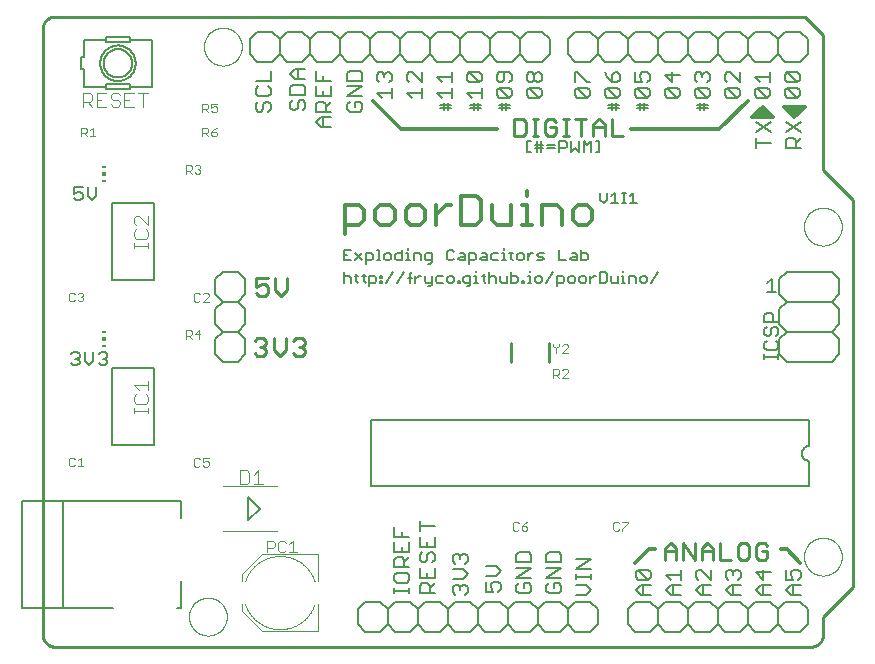
<source format=gto>
G75*
%MOIN*%
%OFA0B0*%
%FSLAX25Y25*%
%IPPOS*%
%LPD*%
%AMOC8*
5,1,8,0,0,1.08239X$1,22.5*
%
%ADD10C,0.01000*%
%ADD11C,0.01200*%
%ADD12C,0.00700*%
%ADD13C,0.01300*%
%ADD14C,0.00600*%
%ADD15C,0.00800*%
%ADD16C,0.00500*%
%ADD17C,0.00000*%
%ADD18C,0.01100*%
%ADD19C,0.00400*%
%ADD20C,0.00300*%
%ADD21R,0.01181X0.00591*%
%ADD22R,0.01181X0.01181*%
%ADD23C,0.00866*%
D10*
X0081798Y0009437D02*
X0081798Y0211563D01*
X0081800Y0211687D01*
X0081806Y0211810D01*
X0081815Y0211934D01*
X0081829Y0212056D01*
X0081846Y0212179D01*
X0081868Y0212301D01*
X0081893Y0212422D01*
X0081922Y0212542D01*
X0081954Y0212661D01*
X0081991Y0212780D01*
X0082031Y0212897D01*
X0082074Y0213012D01*
X0082122Y0213127D01*
X0082173Y0213239D01*
X0082227Y0213350D01*
X0082285Y0213460D01*
X0082346Y0213567D01*
X0082411Y0213673D01*
X0082479Y0213776D01*
X0082550Y0213877D01*
X0082624Y0213976D01*
X0082701Y0214073D01*
X0082782Y0214167D01*
X0082865Y0214258D01*
X0082951Y0214347D01*
X0083040Y0214433D01*
X0083131Y0214516D01*
X0083225Y0214597D01*
X0083322Y0214674D01*
X0083421Y0214748D01*
X0083522Y0214819D01*
X0083625Y0214887D01*
X0083731Y0214952D01*
X0083838Y0215013D01*
X0083948Y0215071D01*
X0084059Y0215125D01*
X0084171Y0215176D01*
X0084286Y0215224D01*
X0084401Y0215267D01*
X0084518Y0215307D01*
X0084637Y0215344D01*
X0084756Y0215376D01*
X0084876Y0215405D01*
X0084997Y0215430D01*
X0085119Y0215452D01*
X0085242Y0215469D01*
X0085364Y0215483D01*
X0085488Y0215492D01*
X0085611Y0215498D01*
X0085735Y0215500D01*
X0335798Y0215500D01*
X0341798Y0209500D01*
X0341798Y0164500D01*
X0351798Y0154500D01*
X0351798Y0025500D01*
X0341798Y0015500D01*
X0341798Y0009437D01*
X0341796Y0009313D01*
X0341790Y0009190D01*
X0341781Y0009066D01*
X0341767Y0008944D01*
X0341750Y0008821D01*
X0341728Y0008699D01*
X0341703Y0008578D01*
X0341674Y0008458D01*
X0341642Y0008339D01*
X0341605Y0008220D01*
X0341565Y0008103D01*
X0341522Y0007988D01*
X0341474Y0007873D01*
X0341423Y0007761D01*
X0341369Y0007650D01*
X0341311Y0007540D01*
X0341250Y0007433D01*
X0341185Y0007327D01*
X0341117Y0007224D01*
X0341046Y0007123D01*
X0340972Y0007024D01*
X0340895Y0006927D01*
X0340814Y0006833D01*
X0340731Y0006742D01*
X0340645Y0006653D01*
X0340556Y0006567D01*
X0340465Y0006484D01*
X0340371Y0006403D01*
X0340274Y0006326D01*
X0340175Y0006252D01*
X0340074Y0006181D01*
X0339971Y0006113D01*
X0339865Y0006048D01*
X0339758Y0005987D01*
X0339648Y0005929D01*
X0339537Y0005875D01*
X0339425Y0005824D01*
X0339310Y0005776D01*
X0339195Y0005733D01*
X0339078Y0005693D01*
X0338959Y0005656D01*
X0338840Y0005624D01*
X0338720Y0005595D01*
X0338599Y0005570D01*
X0338477Y0005548D01*
X0338354Y0005531D01*
X0338232Y0005517D01*
X0338108Y0005508D01*
X0337985Y0005502D01*
X0337861Y0005500D01*
X0085735Y0005500D01*
X0085611Y0005502D01*
X0085488Y0005508D01*
X0085364Y0005517D01*
X0085242Y0005531D01*
X0085119Y0005548D01*
X0084997Y0005570D01*
X0084876Y0005595D01*
X0084756Y0005624D01*
X0084637Y0005656D01*
X0084518Y0005693D01*
X0084401Y0005733D01*
X0084286Y0005776D01*
X0084171Y0005824D01*
X0084059Y0005875D01*
X0083948Y0005929D01*
X0083838Y0005987D01*
X0083731Y0006048D01*
X0083625Y0006113D01*
X0083522Y0006181D01*
X0083421Y0006252D01*
X0083322Y0006326D01*
X0083225Y0006403D01*
X0083131Y0006484D01*
X0083040Y0006567D01*
X0082951Y0006653D01*
X0082865Y0006742D01*
X0082782Y0006833D01*
X0082701Y0006927D01*
X0082624Y0007024D01*
X0082550Y0007123D01*
X0082479Y0007224D01*
X0082411Y0007327D01*
X0082346Y0007433D01*
X0082285Y0007540D01*
X0082227Y0007650D01*
X0082173Y0007761D01*
X0082122Y0007873D01*
X0082074Y0007988D01*
X0082031Y0008103D01*
X0081991Y0008220D01*
X0081954Y0008339D01*
X0081922Y0008458D01*
X0081893Y0008578D01*
X0081868Y0008699D01*
X0081846Y0008821D01*
X0081829Y0008944D01*
X0081815Y0009066D01*
X0081806Y0009190D01*
X0081800Y0009313D01*
X0081798Y0009437D01*
X0289192Y0034541D02*
X0289192Y0038277D01*
X0291060Y0040146D01*
X0292928Y0038277D01*
X0292928Y0034541D01*
X0295269Y0034541D02*
X0295269Y0040146D01*
X0299005Y0034541D01*
X0299005Y0040146D01*
X0301346Y0038277D02*
X0303214Y0040146D01*
X0305082Y0038277D01*
X0305082Y0034541D01*
X0307423Y0034541D02*
X0311160Y0034541D01*
X0313500Y0035475D02*
X0314434Y0034541D01*
X0316303Y0034541D01*
X0317237Y0035475D01*
X0317237Y0039212D01*
X0316303Y0040146D01*
X0314434Y0040146D01*
X0313500Y0039212D01*
X0313500Y0035475D01*
X0307423Y0034541D02*
X0307423Y0040146D01*
X0305082Y0037343D02*
X0301346Y0037343D01*
X0301346Y0038277D02*
X0301346Y0034541D01*
X0292928Y0037343D02*
X0289192Y0037343D01*
X0319577Y0035475D02*
X0320512Y0034541D01*
X0322380Y0034541D01*
X0323314Y0035475D01*
X0323314Y0037343D01*
X0321446Y0037343D01*
X0319577Y0035475D02*
X0319577Y0039212D01*
X0320512Y0040146D01*
X0322380Y0040146D01*
X0323314Y0039212D01*
X0275089Y0175859D02*
X0271353Y0175859D01*
X0271353Y0181464D01*
X0269012Y0179596D02*
X0269012Y0175859D01*
X0269012Y0178661D02*
X0265276Y0178661D01*
X0265276Y0179596D02*
X0267144Y0181464D01*
X0269012Y0179596D01*
X0265276Y0179596D02*
X0265276Y0175859D01*
X0261067Y0175859D02*
X0261067Y0181464D01*
X0259199Y0181464D02*
X0262935Y0181464D01*
X0257015Y0181464D02*
X0255147Y0181464D01*
X0256081Y0181464D02*
X0256081Y0175859D01*
X0255147Y0175859D02*
X0257015Y0175859D01*
X0252806Y0176793D02*
X0252806Y0178661D01*
X0250938Y0178661D01*
X0249070Y0176793D02*
X0250004Y0175859D01*
X0251872Y0175859D01*
X0252806Y0176793D01*
X0249070Y0176793D02*
X0249070Y0180530D01*
X0250004Y0181464D01*
X0251872Y0181464D01*
X0252806Y0180530D01*
X0246887Y0181464D02*
X0245018Y0181464D01*
X0245953Y0181464D02*
X0245953Y0175859D01*
X0246887Y0175859D02*
X0245018Y0175859D01*
X0242678Y0176793D02*
X0242678Y0180530D01*
X0241744Y0181464D01*
X0238941Y0181464D01*
X0238941Y0175859D01*
X0241744Y0175859D01*
X0242678Y0176793D01*
D11*
X0233298Y0178000D02*
X0201298Y0178000D01*
X0191798Y0187500D01*
X0277798Y0178000D02*
X0307298Y0178000D01*
X0316798Y0187500D01*
X0321798Y0185500D02*
X0318298Y0182000D01*
X0325298Y0182000D01*
X0321798Y0185500D01*
X0321798Y0184500D02*
X0323798Y0182500D01*
X0320798Y0182500D01*
X0322298Y0183500D01*
X0321798Y0184500D02*
X0319798Y0182500D01*
X0328798Y0185500D02*
X0332298Y0182000D01*
X0335798Y0185500D01*
X0328798Y0185500D01*
X0330298Y0185000D02*
X0334298Y0185000D01*
X0332298Y0183000D01*
X0330798Y0184500D01*
X0332798Y0184500D01*
X0332298Y0184000D02*
X0332298Y0183500D01*
X0329798Y0038000D02*
X0327798Y0038000D01*
X0329798Y0038000D02*
X0334298Y0033500D01*
X0285798Y0038000D02*
X0283798Y0038000D01*
X0279298Y0033500D01*
D12*
X0280313Y0031081D02*
X0283583Y0027812D01*
X0284400Y0028629D01*
X0284400Y0030264D01*
X0283583Y0031081D01*
X0280313Y0031081D01*
X0279496Y0030264D01*
X0279496Y0028629D01*
X0280313Y0027812D01*
X0283583Y0027812D01*
X0284400Y0025925D02*
X0281131Y0025925D01*
X0279496Y0024290D01*
X0281131Y0022656D01*
X0284400Y0022656D01*
X0281948Y0022656D02*
X0281948Y0025925D01*
X0289496Y0024290D02*
X0291131Y0025925D01*
X0294400Y0025925D01*
X0294400Y0027812D02*
X0294400Y0031081D01*
X0294400Y0029447D02*
X0289496Y0029447D01*
X0291131Y0027812D01*
X0291948Y0025925D02*
X0291948Y0022656D01*
X0291131Y0022656D02*
X0289496Y0024290D01*
X0291131Y0022656D02*
X0294400Y0022656D01*
X0299496Y0024290D02*
X0301131Y0025925D01*
X0304400Y0025925D01*
X0304400Y0027812D02*
X0301131Y0031081D01*
X0300313Y0031081D01*
X0299496Y0030264D01*
X0299496Y0028629D01*
X0300313Y0027812D01*
X0301948Y0025925D02*
X0301948Y0022656D01*
X0301131Y0022656D02*
X0299496Y0024290D01*
X0301131Y0022656D02*
X0304400Y0022656D01*
X0309496Y0024290D02*
X0311131Y0025925D01*
X0314400Y0025925D01*
X0313583Y0027812D02*
X0314400Y0028629D01*
X0314400Y0030264D01*
X0313583Y0031081D01*
X0312765Y0031081D01*
X0311948Y0030264D01*
X0311948Y0029447D01*
X0311948Y0030264D02*
X0311131Y0031081D01*
X0310313Y0031081D01*
X0309496Y0030264D01*
X0309496Y0028629D01*
X0310313Y0027812D01*
X0311948Y0025925D02*
X0311948Y0022656D01*
X0311131Y0022656D02*
X0309496Y0024290D01*
X0311131Y0022656D02*
X0314400Y0022656D01*
X0319496Y0024290D02*
X0321131Y0025925D01*
X0324400Y0025925D01*
X0321948Y0025925D02*
X0321948Y0022656D01*
X0321131Y0022656D02*
X0324400Y0022656D01*
X0321131Y0022656D02*
X0319496Y0024290D01*
X0321948Y0027812D02*
X0321948Y0031081D01*
X0324400Y0030264D02*
X0319496Y0030264D01*
X0321948Y0027812D01*
X0329496Y0027812D02*
X0329496Y0031081D01*
X0331131Y0030264D02*
X0331948Y0031081D01*
X0333583Y0031081D01*
X0334400Y0030264D01*
X0334400Y0028629D01*
X0333583Y0027812D01*
X0331948Y0027812D02*
X0331131Y0029447D01*
X0331131Y0030264D01*
X0331948Y0027812D02*
X0329496Y0027812D01*
X0331131Y0025925D02*
X0334400Y0025925D01*
X0331948Y0025925D02*
X0331948Y0022656D01*
X0331131Y0022656D02*
X0329496Y0024290D01*
X0331131Y0025925D01*
X0331131Y0022656D02*
X0334400Y0022656D01*
X0304400Y0027812D02*
X0304400Y0031081D01*
X0264448Y0031444D02*
X0259544Y0031444D01*
X0264448Y0034713D01*
X0259544Y0034713D01*
X0254500Y0033696D02*
X0254500Y0036148D01*
X0253683Y0036965D01*
X0250413Y0036965D01*
X0249596Y0036148D01*
X0249596Y0033696D01*
X0254500Y0033696D01*
X0254500Y0031809D02*
X0249596Y0031809D01*
X0244500Y0031809D02*
X0239596Y0031809D01*
X0239596Y0033696D02*
X0239596Y0036148D01*
X0240413Y0036965D01*
X0243683Y0036965D01*
X0244500Y0036148D01*
X0244500Y0033696D01*
X0239596Y0033696D01*
X0239596Y0028539D02*
X0244500Y0031809D01*
X0244500Y0028539D02*
X0239596Y0028539D01*
X0240413Y0026653D02*
X0239596Y0025835D01*
X0239596Y0024200D01*
X0240413Y0023383D01*
X0243683Y0023383D01*
X0244500Y0024200D01*
X0244500Y0025835D01*
X0243683Y0026653D01*
X0242048Y0026653D01*
X0242048Y0025018D01*
X0249596Y0025835D02*
X0249596Y0024200D01*
X0250413Y0023383D01*
X0253683Y0023383D01*
X0254500Y0024200D01*
X0254500Y0025835D01*
X0253683Y0026653D01*
X0252048Y0026653D01*
X0252048Y0025018D01*
X0250413Y0026653D02*
X0249596Y0025835D01*
X0249596Y0028539D02*
X0254500Y0031809D01*
X0259544Y0029641D02*
X0259544Y0028006D01*
X0259544Y0028824D02*
X0264448Y0028824D01*
X0264448Y0029641D02*
X0264448Y0028006D01*
X0262813Y0026119D02*
X0259544Y0026119D01*
X0259544Y0022850D02*
X0262813Y0022850D01*
X0264448Y0024485D01*
X0262813Y0026119D01*
X0254500Y0028539D02*
X0249596Y0028539D01*
X0234448Y0030641D02*
X0232813Y0032276D01*
X0229544Y0032276D01*
X0229544Y0029006D02*
X0232813Y0029006D01*
X0234448Y0030641D01*
X0233631Y0027119D02*
X0231996Y0027119D01*
X0231179Y0026302D01*
X0231179Y0025485D01*
X0231996Y0023850D01*
X0229544Y0023850D01*
X0229544Y0027119D01*
X0233631Y0027119D02*
X0234448Y0026302D01*
X0234448Y0024667D01*
X0233631Y0023850D01*
X0233961Y0188537D02*
X0233144Y0189355D01*
X0233144Y0190989D01*
X0233961Y0191807D01*
X0237231Y0188537D01*
X0238048Y0189355D01*
X0238048Y0190989D01*
X0237231Y0191807D01*
X0233961Y0191807D01*
X0233961Y0193694D02*
X0233144Y0194511D01*
X0233144Y0196146D01*
X0233961Y0196963D01*
X0237231Y0196963D01*
X0238048Y0196146D01*
X0238048Y0194511D01*
X0237231Y0193694D01*
X0235596Y0194511D02*
X0235596Y0196963D01*
X0235596Y0194511D02*
X0234779Y0193694D01*
X0233961Y0193694D01*
X0228048Y0194511D02*
X0227231Y0193694D01*
X0223961Y0196963D01*
X0227231Y0196963D01*
X0228048Y0196146D01*
X0228048Y0194511D01*
X0227231Y0193694D02*
X0223961Y0193694D01*
X0223144Y0194511D01*
X0223144Y0196146D01*
X0223961Y0196963D01*
X0218048Y0196963D02*
X0218048Y0193694D01*
X0218048Y0195328D02*
X0213144Y0195328D01*
X0214779Y0193694D01*
X0218048Y0191807D02*
X0218048Y0188537D01*
X0218048Y0190172D02*
X0213144Y0190172D01*
X0214779Y0188537D01*
X0208048Y0188537D02*
X0208048Y0191807D01*
X0208048Y0190172D02*
X0203144Y0190172D01*
X0204779Y0188537D01*
X0198048Y0188537D02*
X0198048Y0191807D01*
X0198048Y0190172D02*
X0193144Y0190172D01*
X0194779Y0188537D01*
X0193961Y0193694D02*
X0193144Y0194511D01*
X0193144Y0196146D01*
X0193961Y0196963D01*
X0194779Y0196963D01*
X0195596Y0196146D01*
X0196413Y0196963D01*
X0197231Y0196963D01*
X0198048Y0196146D01*
X0198048Y0194511D01*
X0197231Y0193694D01*
X0195596Y0195328D02*
X0195596Y0196146D01*
X0203144Y0196146D02*
X0203144Y0194511D01*
X0203961Y0193694D01*
X0203144Y0196146D02*
X0203961Y0196963D01*
X0204779Y0196963D01*
X0208048Y0193694D01*
X0208048Y0196963D01*
X0223144Y0190172D02*
X0224779Y0188537D01*
X0223144Y0190172D02*
X0228048Y0190172D01*
X0228048Y0188537D02*
X0228048Y0191807D01*
X0233961Y0188537D02*
X0237231Y0188537D01*
X0243144Y0189355D02*
X0243144Y0190989D01*
X0243961Y0191807D01*
X0247231Y0188537D01*
X0248048Y0189355D01*
X0248048Y0190989D01*
X0247231Y0191807D01*
X0243961Y0191807D01*
X0243961Y0193694D02*
X0243144Y0194511D01*
X0243144Y0196146D01*
X0243961Y0196963D01*
X0244779Y0196963D01*
X0245596Y0196146D01*
X0245596Y0194511D01*
X0244779Y0193694D01*
X0243961Y0193694D01*
X0245596Y0194511D02*
X0246413Y0193694D01*
X0247231Y0193694D01*
X0248048Y0194511D01*
X0248048Y0196146D01*
X0247231Y0196963D01*
X0246413Y0196963D01*
X0245596Y0196146D01*
X0243144Y0189355D02*
X0243961Y0188537D01*
X0247231Y0188537D01*
X0259144Y0189355D02*
X0259961Y0188537D01*
X0263231Y0188537D01*
X0259961Y0191807D01*
X0263231Y0191807D01*
X0264048Y0190989D01*
X0264048Y0189355D01*
X0263231Y0188537D01*
X0259144Y0189355D02*
X0259144Y0190989D01*
X0259961Y0191807D01*
X0259144Y0193694D02*
X0259144Y0196963D01*
X0259961Y0196963D01*
X0263231Y0193694D01*
X0264048Y0193694D01*
X0269144Y0190989D02*
X0269144Y0189355D01*
X0269961Y0188537D01*
X0273231Y0188537D01*
X0269961Y0191807D01*
X0273231Y0191807D01*
X0274048Y0190989D01*
X0274048Y0189355D01*
X0273231Y0188537D01*
X0269961Y0191807D02*
X0269144Y0190989D01*
X0271596Y0193694D02*
X0271596Y0196146D01*
X0272413Y0196963D01*
X0273231Y0196963D01*
X0274048Y0196146D01*
X0274048Y0194511D01*
X0273231Y0193694D01*
X0271596Y0193694D01*
X0269961Y0195328D01*
X0269144Y0196963D01*
X0279144Y0196963D02*
X0279144Y0193694D01*
X0281596Y0193694D01*
X0280779Y0195328D01*
X0280779Y0196146D01*
X0281596Y0196963D01*
X0283231Y0196963D01*
X0284048Y0196146D01*
X0284048Y0194511D01*
X0283231Y0193694D01*
X0283231Y0191807D02*
X0279961Y0191807D01*
X0283231Y0188537D01*
X0284048Y0189355D01*
X0284048Y0190989D01*
X0283231Y0191807D01*
X0279961Y0191807D02*
X0279144Y0190989D01*
X0279144Y0189355D01*
X0279961Y0188537D01*
X0283231Y0188537D01*
X0289144Y0189355D02*
X0289144Y0190989D01*
X0289961Y0191807D01*
X0293231Y0188537D01*
X0294048Y0189355D01*
X0294048Y0190989D01*
X0293231Y0191807D01*
X0289961Y0191807D01*
X0291596Y0193694D02*
X0291596Y0196963D01*
X0294048Y0196146D02*
X0289144Y0196146D01*
X0291596Y0193694D01*
X0289144Y0189355D02*
X0289961Y0188537D01*
X0293231Y0188537D01*
X0299144Y0189355D02*
X0299144Y0190989D01*
X0299961Y0191807D01*
X0303231Y0188537D01*
X0304048Y0189355D01*
X0304048Y0190989D01*
X0303231Y0191807D01*
X0299961Y0191807D01*
X0299961Y0193694D02*
X0299144Y0194511D01*
X0299144Y0196146D01*
X0299961Y0196963D01*
X0300779Y0196963D01*
X0301596Y0196146D01*
X0302413Y0196963D01*
X0303231Y0196963D01*
X0304048Y0196146D01*
X0304048Y0194511D01*
X0303231Y0193694D01*
X0301596Y0195328D02*
X0301596Y0196146D01*
X0309144Y0196146D02*
X0309144Y0194511D01*
X0309961Y0193694D01*
X0309961Y0191807D02*
X0313231Y0188537D01*
X0314048Y0189355D01*
X0314048Y0190989D01*
X0313231Y0191807D01*
X0309961Y0191807D01*
X0309144Y0190989D01*
X0309144Y0189355D01*
X0309961Y0188537D01*
X0313231Y0188537D01*
X0319144Y0189355D02*
X0319144Y0190989D01*
X0319961Y0191807D01*
X0323231Y0188537D01*
X0324048Y0189355D01*
X0324048Y0190989D01*
X0323231Y0191807D01*
X0319961Y0191807D01*
X0320779Y0193694D02*
X0319144Y0195328D01*
X0324048Y0195328D01*
X0324048Y0193694D02*
X0324048Y0196963D01*
X0329144Y0196146D02*
X0329144Y0194511D01*
X0329961Y0193694D01*
X0333231Y0193694D01*
X0329961Y0196963D01*
X0333231Y0196963D01*
X0334048Y0196146D01*
X0334048Y0194511D01*
X0333231Y0193694D01*
X0333231Y0191807D02*
X0329961Y0191807D01*
X0333231Y0188537D01*
X0334048Y0189355D01*
X0334048Y0190989D01*
X0333231Y0191807D01*
X0329961Y0191807D02*
X0329144Y0190989D01*
X0329144Y0189355D01*
X0329961Y0188537D01*
X0333231Y0188537D01*
X0323231Y0188537D02*
X0319961Y0188537D01*
X0319144Y0189355D01*
X0314048Y0193694D02*
X0310779Y0196963D01*
X0309961Y0196963D01*
X0309144Y0196146D01*
X0314048Y0196963D02*
X0314048Y0193694D01*
X0303231Y0188537D02*
X0299961Y0188537D01*
X0299144Y0189355D01*
X0329144Y0196146D02*
X0329961Y0196963D01*
D13*
X0264885Y0151004D02*
X0263267Y0152622D01*
X0260031Y0152622D01*
X0258413Y0151004D01*
X0258413Y0147768D01*
X0260031Y0146150D01*
X0263267Y0146150D01*
X0264885Y0147768D01*
X0264885Y0151004D01*
X0254756Y0151004D02*
X0254756Y0146150D01*
X0248284Y0146150D02*
X0248284Y0152622D01*
X0253138Y0152622D01*
X0254756Y0151004D01*
X0244768Y0146150D02*
X0241532Y0146150D01*
X0243150Y0146150D02*
X0243150Y0152622D01*
X0241532Y0152622D01*
X0237875Y0152622D02*
X0237875Y0146150D01*
X0233021Y0146150D01*
X0231403Y0147768D01*
X0231403Y0152622D01*
X0227747Y0154240D02*
X0226129Y0155858D01*
X0221274Y0155858D01*
X0221274Y0146150D01*
X0226129Y0146150D01*
X0227747Y0147768D01*
X0227747Y0154240D01*
X0217688Y0152622D02*
X0216070Y0152622D01*
X0212834Y0149386D01*
X0212834Y0146150D02*
X0212834Y0152622D01*
X0209177Y0151004D02*
X0207559Y0152622D01*
X0204323Y0152622D01*
X0202705Y0151004D01*
X0202705Y0147768D01*
X0204323Y0146150D01*
X0207559Y0146150D01*
X0209177Y0147768D01*
X0209177Y0151004D01*
X0199049Y0151004D02*
X0199049Y0147768D01*
X0197431Y0146150D01*
X0194195Y0146150D01*
X0192577Y0147768D01*
X0192577Y0151004D01*
X0194195Y0152622D01*
X0197431Y0152622D01*
X0199049Y0151004D01*
X0188920Y0151004D02*
X0188920Y0147768D01*
X0187302Y0146150D01*
X0182448Y0146150D01*
X0182448Y0142914D02*
X0182448Y0152622D01*
X0187302Y0152622D01*
X0188920Y0151004D01*
X0243150Y0155858D02*
X0243150Y0157476D01*
D14*
X0243098Y0170300D02*
X0243098Y0174103D01*
X0244366Y0174103D01*
X0245799Y0172835D02*
X0247701Y0172835D01*
X0248334Y0172835D01*
X0248334Y0171568D02*
X0245799Y0171568D01*
X0246433Y0170300D02*
X0246433Y0174103D01*
X0247701Y0174103D02*
X0247701Y0170300D01*
X0249850Y0171568D02*
X0252386Y0171568D01*
X0252386Y0172835D02*
X0249850Y0172835D01*
X0253902Y0171568D02*
X0255803Y0171568D01*
X0256437Y0172202D01*
X0256437Y0173469D01*
X0255803Y0174103D01*
X0253902Y0174103D01*
X0253902Y0170300D01*
X0257953Y0170300D02*
X0257953Y0174103D01*
X0260489Y0174103D02*
X0260489Y0170300D01*
X0259221Y0171568D01*
X0257953Y0170300D01*
X0262005Y0170300D02*
X0262005Y0174103D01*
X0263273Y0172835D01*
X0264540Y0174103D01*
X0264540Y0170300D01*
X0266056Y0170300D02*
X0267324Y0170300D01*
X0267324Y0174103D01*
X0266056Y0174103D01*
X0271463Y0184300D02*
X0271463Y0186202D01*
X0271463Y0186835D01*
X0272730Y0186835D02*
X0272730Y0184300D01*
X0273998Y0184934D02*
X0270195Y0184934D01*
X0270195Y0186202D02*
X0273998Y0186202D01*
X0279695Y0186202D02*
X0283498Y0186202D01*
X0283498Y0184934D02*
X0279695Y0184934D01*
X0280963Y0184300D02*
X0280963Y0186202D01*
X0280963Y0186835D01*
X0282230Y0186835D02*
X0282230Y0184300D01*
X0299695Y0184934D02*
X0303498Y0184934D01*
X0303498Y0186202D02*
X0299695Y0186202D01*
X0300963Y0186202D02*
X0300963Y0186835D01*
X0300963Y0186202D02*
X0300963Y0184300D01*
X0302230Y0184300D02*
X0302230Y0186835D01*
X0319476Y0180341D02*
X0324481Y0177004D01*
X0324481Y0180341D02*
X0319476Y0177004D01*
X0319476Y0175184D02*
X0319476Y0171848D01*
X0319476Y0173516D02*
X0324481Y0173516D01*
X0329494Y0174302D02*
X0329494Y0171800D01*
X0334498Y0171800D01*
X0332830Y0171800D02*
X0332830Y0174302D01*
X0331996Y0175136D01*
X0330328Y0175136D01*
X0329494Y0174302D01*
X0329494Y0176956D02*
X0334498Y0180293D01*
X0334498Y0176956D02*
X0329494Y0180293D01*
X0334498Y0175136D02*
X0332830Y0173468D01*
X0334298Y0200500D02*
X0329298Y0200500D01*
X0326798Y0203000D01*
X0324298Y0200500D01*
X0319298Y0200500D01*
X0316798Y0203000D01*
X0316798Y0208000D01*
X0319298Y0210500D01*
X0324298Y0210500D01*
X0326798Y0208000D01*
X0329298Y0210500D01*
X0334298Y0210500D01*
X0336798Y0208000D01*
X0336798Y0203000D01*
X0334298Y0200500D01*
X0326798Y0203000D02*
X0326798Y0208000D01*
X0316798Y0208000D02*
X0314298Y0210500D01*
X0309298Y0210500D01*
X0306798Y0208000D01*
X0304298Y0210500D01*
X0299298Y0210500D01*
X0296798Y0208000D01*
X0294298Y0210500D01*
X0289298Y0210500D01*
X0286798Y0208000D01*
X0286798Y0203000D01*
X0289298Y0200500D01*
X0294298Y0200500D01*
X0296798Y0203000D01*
X0296798Y0208000D01*
X0296798Y0203000D02*
X0299298Y0200500D01*
X0304298Y0200500D01*
X0306798Y0203000D01*
X0306798Y0208000D01*
X0306798Y0203000D02*
X0309298Y0200500D01*
X0314298Y0200500D01*
X0316798Y0203000D01*
X0286798Y0203000D02*
X0284298Y0200500D01*
X0279298Y0200500D01*
X0276798Y0203000D01*
X0274298Y0200500D01*
X0269298Y0200500D01*
X0266798Y0203000D01*
X0264298Y0200500D01*
X0259298Y0200500D01*
X0256798Y0203000D01*
X0256798Y0208000D01*
X0259298Y0210500D01*
X0264298Y0210500D01*
X0266798Y0208000D01*
X0269298Y0210500D01*
X0274298Y0210500D01*
X0276798Y0208000D01*
X0279298Y0210500D01*
X0284298Y0210500D01*
X0286798Y0208000D01*
X0276798Y0208000D02*
X0276798Y0203000D01*
X0266798Y0203000D02*
X0266798Y0208000D01*
X0250798Y0208000D02*
X0250798Y0203000D01*
X0248298Y0200500D01*
X0243298Y0200500D01*
X0240798Y0203000D01*
X0238298Y0200500D01*
X0233298Y0200500D01*
X0230798Y0203000D01*
X0230798Y0208000D01*
X0233298Y0210500D01*
X0238298Y0210500D01*
X0240798Y0208000D01*
X0243298Y0210500D01*
X0248298Y0210500D01*
X0250798Y0208000D01*
X0240798Y0208000D02*
X0240798Y0203000D01*
X0230798Y0203000D02*
X0228298Y0200500D01*
X0223298Y0200500D01*
X0220798Y0203000D01*
X0218298Y0200500D01*
X0213298Y0200500D01*
X0210798Y0203000D01*
X0208298Y0200500D01*
X0203298Y0200500D01*
X0200798Y0203000D01*
X0200798Y0208000D01*
X0203298Y0210500D01*
X0208298Y0210500D01*
X0210798Y0208000D01*
X0213298Y0210500D01*
X0218298Y0210500D01*
X0220798Y0208000D01*
X0223298Y0210500D01*
X0228298Y0210500D01*
X0230798Y0208000D01*
X0220798Y0208000D02*
X0220798Y0203000D01*
X0210798Y0203000D02*
X0210798Y0208000D01*
X0200798Y0208000D02*
X0198298Y0210500D01*
X0193298Y0210500D01*
X0190798Y0208000D01*
X0188298Y0210500D01*
X0183298Y0210500D01*
X0180798Y0208000D01*
X0178298Y0210500D01*
X0173298Y0210500D01*
X0170798Y0208000D01*
X0170798Y0203000D01*
X0173298Y0200500D01*
X0178298Y0200500D01*
X0180798Y0203000D01*
X0180798Y0208000D01*
X0180798Y0203000D02*
X0183298Y0200500D01*
X0188298Y0200500D01*
X0190798Y0203000D01*
X0190798Y0208000D01*
X0190798Y0203000D02*
X0193298Y0200500D01*
X0198298Y0200500D01*
X0200798Y0203000D01*
X0188173Y0196598D02*
X0187339Y0197432D01*
X0184003Y0197432D01*
X0183169Y0196598D01*
X0183169Y0194096D01*
X0188173Y0194096D01*
X0188173Y0196598D01*
X0188173Y0192275D02*
X0183169Y0192275D01*
X0183169Y0188939D02*
X0188173Y0192275D01*
X0188173Y0188939D02*
X0183169Y0188939D01*
X0184003Y0187119D02*
X0183169Y0186285D01*
X0183169Y0184617D01*
X0184003Y0183783D01*
X0187339Y0183783D01*
X0188173Y0184617D01*
X0188173Y0186285D01*
X0187339Y0187119D01*
X0185671Y0187119D01*
X0185671Y0185451D01*
X0177715Y0183883D02*
X0172711Y0183883D01*
X0172711Y0186385D01*
X0173545Y0187219D01*
X0175213Y0187219D01*
X0176047Y0186385D01*
X0176047Y0183883D01*
X0176047Y0185551D02*
X0177715Y0187219D01*
X0177715Y0189039D02*
X0177715Y0192375D01*
X0177715Y0194196D02*
X0172711Y0194196D01*
X0172711Y0197532D01*
X0175213Y0195864D02*
X0175213Y0194196D01*
X0172711Y0192375D02*
X0172711Y0189039D01*
X0177715Y0189039D01*
X0175213Y0189039D02*
X0175213Y0190707D01*
X0169215Y0189539D02*
X0169215Y0192041D01*
X0168381Y0192875D01*
X0165045Y0192875D01*
X0164211Y0192041D01*
X0164211Y0189539D01*
X0169215Y0189539D01*
X0168381Y0187719D02*
X0169215Y0186885D01*
X0169215Y0185217D01*
X0168381Y0184383D01*
X0166713Y0185217D02*
X0166713Y0186885D01*
X0167547Y0187719D01*
X0168381Y0187719D01*
X0166713Y0185217D02*
X0165879Y0184383D01*
X0165045Y0184383D01*
X0164211Y0185217D01*
X0164211Y0186885D01*
X0165045Y0187719D01*
X0157715Y0186385D02*
X0157715Y0184717D01*
X0156881Y0183883D01*
X0155213Y0184717D02*
X0155213Y0186385D01*
X0156047Y0187219D01*
X0156881Y0187219D01*
X0157715Y0186385D01*
X0155213Y0184717D02*
X0154379Y0183883D01*
X0153545Y0183883D01*
X0152711Y0184717D01*
X0152711Y0186385D01*
X0153545Y0187219D01*
X0153545Y0189039D02*
X0156881Y0189039D01*
X0157715Y0189873D01*
X0157715Y0191541D01*
X0156881Y0192375D01*
X0157715Y0194196D02*
X0152711Y0194196D01*
X0153545Y0192375D02*
X0152711Y0191541D01*
X0152711Y0189873D01*
X0153545Y0189039D01*
X0157715Y0194196D02*
X0157715Y0197532D01*
X0158298Y0200500D02*
X0153298Y0200500D01*
X0150798Y0203000D01*
X0150798Y0208000D01*
X0153298Y0210500D01*
X0158298Y0210500D01*
X0160798Y0208000D01*
X0163298Y0210500D01*
X0168298Y0210500D01*
X0170798Y0208000D01*
X0170798Y0203000D02*
X0168298Y0200500D01*
X0163298Y0200500D01*
X0160798Y0203000D01*
X0158298Y0200500D01*
X0160798Y0203000D02*
X0160798Y0208000D01*
X0165879Y0198032D02*
X0169215Y0198032D01*
X0166713Y0198032D02*
X0166713Y0194696D01*
X0165879Y0194696D02*
X0169215Y0194696D01*
X0165879Y0194696D02*
X0164211Y0196364D01*
X0165879Y0198032D01*
X0174379Y0182063D02*
X0177715Y0182063D01*
X0175213Y0182063D02*
X0175213Y0178726D01*
X0174379Y0178726D02*
X0172711Y0180394D01*
X0174379Y0182063D01*
X0174379Y0178726D02*
X0177715Y0178726D01*
X0214195Y0184934D02*
X0217998Y0184934D01*
X0217998Y0186202D02*
X0214195Y0186202D01*
X0215462Y0186202D02*
X0215462Y0186835D01*
X0215462Y0186202D02*
X0215462Y0184300D01*
X0216730Y0184300D02*
X0216730Y0186835D01*
X0224195Y0186202D02*
X0227998Y0186202D01*
X0227998Y0184934D02*
X0224195Y0184934D01*
X0225462Y0184300D02*
X0225462Y0186202D01*
X0225462Y0186835D01*
X0226730Y0186835D02*
X0226730Y0184300D01*
X0233695Y0184934D02*
X0237498Y0184934D01*
X0237498Y0186202D02*
X0233695Y0186202D01*
X0234962Y0186202D02*
X0234962Y0186835D01*
X0234962Y0186202D02*
X0234962Y0184300D01*
X0236230Y0184300D02*
X0236230Y0186835D01*
X0243098Y0170300D02*
X0244366Y0170300D01*
X0327298Y0128000D02*
X0327298Y0123000D01*
X0329798Y0120500D01*
X0344798Y0120500D01*
X0347298Y0118000D01*
X0347298Y0113000D01*
X0344798Y0110500D01*
X0347298Y0108000D01*
X0347298Y0103000D01*
X0344798Y0100500D01*
X0329798Y0100500D01*
X0327298Y0103000D01*
X0327298Y0108000D01*
X0329798Y0110500D01*
X0344798Y0110500D01*
X0329798Y0110500D02*
X0327298Y0113000D01*
X0327298Y0118000D01*
X0329798Y0120500D01*
X0327298Y0128000D02*
X0329798Y0130500D01*
X0344798Y0130500D01*
X0347298Y0128000D01*
X0347298Y0123000D01*
X0344798Y0120500D01*
X0337298Y0081000D02*
X0191298Y0081000D01*
X0191298Y0059000D01*
X0337298Y0059000D01*
X0337298Y0067500D01*
X0337200Y0067502D01*
X0337102Y0067508D01*
X0337004Y0067517D01*
X0336907Y0067531D01*
X0336810Y0067548D01*
X0336714Y0067569D01*
X0336619Y0067594D01*
X0336525Y0067622D01*
X0336433Y0067655D01*
X0336341Y0067690D01*
X0336251Y0067730D01*
X0336163Y0067772D01*
X0336076Y0067819D01*
X0335992Y0067868D01*
X0335909Y0067921D01*
X0335829Y0067977D01*
X0335750Y0068037D01*
X0335674Y0068099D01*
X0335601Y0068164D01*
X0335530Y0068232D01*
X0335462Y0068303D01*
X0335397Y0068376D01*
X0335335Y0068452D01*
X0335275Y0068531D01*
X0335219Y0068611D01*
X0335166Y0068694D01*
X0335117Y0068778D01*
X0335070Y0068865D01*
X0335028Y0068953D01*
X0334988Y0069043D01*
X0334953Y0069135D01*
X0334920Y0069227D01*
X0334892Y0069321D01*
X0334867Y0069416D01*
X0334846Y0069512D01*
X0334829Y0069609D01*
X0334815Y0069706D01*
X0334806Y0069804D01*
X0334800Y0069902D01*
X0334798Y0070000D01*
X0334800Y0070098D01*
X0334806Y0070196D01*
X0334815Y0070294D01*
X0334829Y0070391D01*
X0334846Y0070488D01*
X0334867Y0070584D01*
X0334892Y0070679D01*
X0334920Y0070773D01*
X0334953Y0070865D01*
X0334988Y0070957D01*
X0335028Y0071047D01*
X0335070Y0071135D01*
X0335117Y0071222D01*
X0335166Y0071306D01*
X0335219Y0071389D01*
X0335275Y0071469D01*
X0335335Y0071548D01*
X0335397Y0071624D01*
X0335462Y0071697D01*
X0335530Y0071768D01*
X0335601Y0071836D01*
X0335674Y0071901D01*
X0335750Y0071963D01*
X0335829Y0072023D01*
X0335909Y0072079D01*
X0335992Y0072132D01*
X0336076Y0072181D01*
X0336163Y0072228D01*
X0336251Y0072270D01*
X0336341Y0072310D01*
X0336433Y0072345D01*
X0336525Y0072378D01*
X0336619Y0072406D01*
X0336714Y0072431D01*
X0336810Y0072452D01*
X0336907Y0072469D01*
X0337004Y0072483D01*
X0337102Y0072492D01*
X0337200Y0072498D01*
X0337298Y0072500D01*
X0337298Y0081000D01*
X0334298Y0020500D02*
X0329298Y0020500D01*
X0326798Y0018000D01*
X0326798Y0013000D01*
X0329298Y0010500D01*
X0334298Y0010500D01*
X0336798Y0013000D01*
X0336798Y0018000D01*
X0334298Y0020500D01*
X0326798Y0018000D02*
X0324298Y0020500D01*
X0319298Y0020500D01*
X0316798Y0018000D01*
X0316798Y0013000D01*
X0319298Y0010500D01*
X0324298Y0010500D01*
X0326798Y0013000D01*
X0316798Y0013000D02*
X0314298Y0010500D01*
X0309298Y0010500D01*
X0306798Y0013000D01*
X0304298Y0010500D01*
X0299298Y0010500D01*
X0296798Y0013000D01*
X0294298Y0010500D01*
X0289298Y0010500D01*
X0286798Y0013000D01*
X0284298Y0010500D01*
X0279298Y0010500D01*
X0276798Y0013000D01*
X0276798Y0018000D01*
X0279298Y0020500D01*
X0284298Y0020500D01*
X0286798Y0018000D01*
X0289298Y0020500D01*
X0294298Y0020500D01*
X0296798Y0018000D01*
X0296798Y0013000D01*
X0306798Y0013000D02*
X0306798Y0018000D01*
X0309298Y0020500D01*
X0314298Y0020500D01*
X0316798Y0018000D01*
X0306798Y0018000D02*
X0304298Y0020500D01*
X0299298Y0020500D01*
X0296798Y0018000D01*
X0286798Y0018000D02*
X0286798Y0013000D01*
X0266798Y0013000D02*
X0264298Y0010500D01*
X0259298Y0010500D01*
X0256798Y0013000D01*
X0254298Y0010500D01*
X0249298Y0010500D01*
X0246798Y0013000D01*
X0244298Y0010500D01*
X0239298Y0010500D01*
X0236798Y0013000D01*
X0234298Y0010500D01*
X0229298Y0010500D01*
X0226798Y0013000D01*
X0224298Y0010500D01*
X0219298Y0010500D01*
X0216798Y0013000D01*
X0214298Y0010500D01*
X0209298Y0010500D01*
X0206798Y0013000D01*
X0204298Y0010500D01*
X0199298Y0010500D01*
X0196798Y0013000D01*
X0194298Y0010500D01*
X0189298Y0010500D01*
X0186798Y0013000D01*
X0186798Y0018000D01*
X0189298Y0020500D01*
X0194298Y0020500D01*
X0196798Y0018000D01*
X0199298Y0020500D01*
X0204298Y0020500D01*
X0206798Y0018000D01*
X0206798Y0013000D01*
X0206798Y0018000D02*
X0209298Y0020500D01*
X0214298Y0020500D01*
X0216798Y0018000D01*
X0219298Y0020500D01*
X0224298Y0020500D01*
X0226798Y0018000D01*
X0229298Y0020500D01*
X0234298Y0020500D01*
X0236798Y0018000D01*
X0236798Y0013000D01*
X0246798Y0013000D02*
X0246798Y0018000D01*
X0249298Y0020500D01*
X0254298Y0020500D01*
X0256798Y0018000D01*
X0259298Y0020500D01*
X0264298Y0020500D01*
X0266798Y0018000D01*
X0266798Y0013000D01*
X0256798Y0013000D02*
X0256798Y0018000D01*
X0246798Y0018000D02*
X0244298Y0020500D01*
X0239298Y0020500D01*
X0236798Y0018000D01*
X0226798Y0018000D02*
X0226798Y0013000D01*
X0216798Y0013000D02*
X0216798Y0018000D01*
X0219328Y0022800D02*
X0218494Y0023634D01*
X0218494Y0025302D01*
X0219328Y0026136D01*
X0220162Y0026136D01*
X0220996Y0025302D01*
X0221830Y0026136D01*
X0222664Y0026136D01*
X0223498Y0025302D01*
X0223498Y0023634D01*
X0222664Y0022800D01*
X0220996Y0024468D02*
X0220996Y0025302D01*
X0221830Y0027956D02*
X0218494Y0027956D01*
X0221830Y0027956D02*
X0223498Y0029624D01*
X0221830Y0031293D01*
X0218494Y0031293D01*
X0219328Y0033113D02*
X0218494Y0033947D01*
X0218494Y0035615D01*
X0219328Y0036449D01*
X0220162Y0036449D01*
X0220996Y0035615D01*
X0221830Y0036449D01*
X0222664Y0036449D01*
X0223498Y0035615D01*
X0223498Y0033947D01*
X0222664Y0033113D01*
X0220996Y0034781D02*
X0220996Y0035615D01*
X0212498Y0036115D02*
X0212498Y0034447D01*
X0211664Y0033613D01*
X0209996Y0034447D02*
X0209996Y0036115D01*
X0210830Y0036949D01*
X0211664Y0036949D01*
X0212498Y0036115D01*
X0212498Y0038769D02*
X0212498Y0042105D01*
X0209996Y0040437D02*
X0209996Y0038769D01*
X0208328Y0036949D02*
X0207494Y0036115D01*
X0207494Y0034447D01*
X0208328Y0033613D01*
X0209162Y0033613D01*
X0209996Y0034447D01*
X0212498Y0031793D02*
X0212498Y0028456D01*
X0207494Y0028456D01*
X0207494Y0031793D01*
X0209996Y0030124D02*
X0209996Y0028456D01*
X0209996Y0026636D02*
X0210830Y0025802D01*
X0210830Y0023300D01*
X0212498Y0023300D02*
X0207494Y0023300D01*
X0207494Y0025802D01*
X0208328Y0026636D01*
X0209996Y0026636D01*
X0210830Y0024968D02*
X0212498Y0026636D01*
X0203998Y0027572D02*
X0203998Y0029240D01*
X0203164Y0030074D01*
X0199828Y0030074D01*
X0198994Y0029240D01*
X0198994Y0027572D01*
X0199828Y0026738D01*
X0203164Y0026738D01*
X0203998Y0027572D01*
X0203998Y0024968D02*
X0203998Y0023300D01*
X0203998Y0024134D02*
X0198994Y0024134D01*
X0198994Y0023300D02*
X0198994Y0024968D01*
X0198994Y0031894D02*
X0198994Y0034396D01*
X0199828Y0035230D01*
X0201496Y0035230D01*
X0202330Y0034396D01*
X0202330Y0031894D01*
X0203998Y0031894D02*
X0198994Y0031894D01*
X0202330Y0033562D02*
X0203998Y0035230D01*
X0203998Y0037050D02*
X0198994Y0037050D01*
X0198994Y0040387D01*
X0198994Y0042207D02*
X0198994Y0045543D01*
X0201496Y0043875D02*
X0201496Y0042207D01*
X0203998Y0042207D02*
X0198994Y0042207D01*
X0203998Y0040387D02*
X0203998Y0037050D01*
X0201496Y0037050D02*
X0201496Y0038718D01*
X0207494Y0038769D02*
X0207494Y0042105D01*
X0207494Y0043926D02*
X0207494Y0047262D01*
X0207494Y0045594D02*
X0212498Y0045594D01*
X0212498Y0038769D02*
X0207494Y0038769D01*
X0196798Y0018000D02*
X0196798Y0013000D01*
X0146798Y0100500D02*
X0141798Y0100500D01*
X0139298Y0103000D01*
X0139298Y0108000D01*
X0141798Y0110500D01*
X0139298Y0113000D01*
X0139298Y0118000D01*
X0141798Y0120500D01*
X0139298Y0123000D01*
X0139298Y0128000D01*
X0141798Y0130500D01*
X0146798Y0130500D01*
X0149298Y0128000D01*
X0149298Y0123000D01*
X0146798Y0120500D01*
X0149298Y0118000D01*
X0149298Y0113000D01*
X0146798Y0110500D01*
X0149298Y0108000D01*
X0149298Y0103000D01*
X0146798Y0100500D01*
X0146798Y0110500D02*
X0141798Y0110500D01*
X0141798Y0120500D02*
X0146798Y0120500D01*
D15*
X0118798Y0127598D02*
X0118798Y0153402D01*
X0104798Y0153402D01*
X0104798Y0127598D01*
X0118798Y0127598D01*
X0102508Y0103604D02*
X0101106Y0103604D01*
X0100406Y0102903D01*
X0098604Y0103604D02*
X0098604Y0100801D01*
X0097203Y0099400D01*
X0095802Y0100801D01*
X0095802Y0103604D01*
X0094000Y0102903D02*
X0094000Y0102202D01*
X0093300Y0101502D01*
X0094000Y0100801D01*
X0094000Y0100101D01*
X0093300Y0099400D01*
X0091899Y0099400D01*
X0091198Y0100101D01*
X0092599Y0101502D02*
X0093300Y0101502D01*
X0094000Y0102903D02*
X0093300Y0103604D01*
X0091899Y0103604D01*
X0091198Y0102903D01*
X0100406Y0100101D02*
X0101106Y0099400D01*
X0102508Y0099400D01*
X0103208Y0100101D01*
X0103208Y0100801D01*
X0102508Y0101502D01*
X0101807Y0101502D01*
X0102508Y0101502D02*
X0103208Y0102202D01*
X0103208Y0102903D01*
X0102508Y0103604D01*
X0104798Y0098402D02*
X0118798Y0098402D01*
X0118798Y0072598D01*
X0104798Y0072598D01*
X0104798Y0098402D01*
X0150038Y0055437D02*
X0150038Y0047563D01*
X0154066Y0051500D01*
X0150038Y0055437D01*
X0098203Y0154400D02*
X0099604Y0155801D01*
X0099604Y0158604D01*
X0096802Y0158604D02*
X0096802Y0155801D01*
X0098203Y0154400D01*
X0095000Y0155101D02*
X0095000Y0156502D01*
X0094300Y0157202D01*
X0093599Y0157202D01*
X0092198Y0156502D01*
X0092198Y0158604D01*
X0095000Y0158604D01*
X0095000Y0155101D02*
X0094300Y0154400D01*
X0092899Y0154400D01*
X0092198Y0155101D01*
X0323326Y0126594D02*
X0324727Y0127995D01*
X0324727Y0123791D01*
X0323326Y0123791D02*
X0326128Y0123791D01*
D16*
X0105298Y0018500D02*
X0074698Y0018500D01*
X0074698Y0053900D01*
X0088398Y0053900D01*
X0088398Y0018600D01*
X0126548Y0018500D02*
X0127798Y0018500D01*
X0127798Y0027250D01*
X0127798Y0048500D02*
X0127798Y0053900D01*
X0088398Y0053900D01*
X0190642Y0125582D02*
X0190642Y0129085D01*
X0192393Y0129085D01*
X0192977Y0128501D01*
X0192977Y0127334D01*
X0192393Y0126750D01*
X0190642Y0126750D01*
X0189354Y0126750D02*
X0188770Y0127334D01*
X0188770Y0129669D01*
X0188187Y0129085D02*
X0189354Y0129085D01*
X0186899Y0129085D02*
X0185731Y0129085D01*
X0186315Y0129669D02*
X0186315Y0127334D01*
X0186899Y0126750D01*
X0184383Y0126750D02*
X0184383Y0128501D01*
X0183799Y0129085D01*
X0182632Y0129085D01*
X0182048Y0128501D01*
X0182048Y0126750D02*
X0182048Y0130253D01*
X0182048Y0134250D02*
X0184383Y0134250D01*
X0185731Y0134250D02*
X0188066Y0136585D01*
X0189414Y0136585D02*
X0191166Y0136585D01*
X0191750Y0136001D01*
X0191750Y0134834D01*
X0191166Y0134250D01*
X0189414Y0134250D01*
X0189414Y0133082D02*
X0189414Y0136585D01*
X0188066Y0134250D02*
X0185731Y0136585D01*
X0184383Y0137753D02*
X0182048Y0137753D01*
X0182048Y0134250D01*
X0182048Y0136001D02*
X0183216Y0136001D01*
X0193097Y0134250D02*
X0194265Y0134250D01*
X0193681Y0134250D02*
X0193681Y0137753D01*
X0193097Y0137753D01*
X0195553Y0136001D02*
X0195553Y0134834D01*
X0196137Y0134250D01*
X0197304Y0134250D01*
X0197888Y0134834D01*
X0197888Y0136001D01*
X0197304Y0136585D01*
X0196137Y0136585D01*
X0195553Y0136001D01*
X0199236Y0136001D02*
X0199236Y0134834D01*
X0199820Y0134250D01*
X0201571Y0134250D01*
X0201571Y0137753D01*
X0201571Y0136585D02*
X0199820Y0136585D01*
X0199236Y0136001D01*
X0202919Y0136585D02*
X0203503Y0136585D01*
X0203503Y0134250D01*
X0202919Y0134250D02*
X0204087Y0134250D01*
X0205375Y0134250D02*
X0205375Y0136585D01*
X0207126Y0136585D01*
X0207710Y0136001D01*
X0207710Y0134250D01*
X0209058Y0134834D02*
X0209058Y0136001D01*
X0209642Y0136585D01*
X0211393Y0136585D01*
X0211393Y0133666D01*
X0210809Y0133082D01*
X0210225Y0133082D01*
X0209642Y0134250D02*
X0211393Y0134250D01*
X0209642Y0134250D02*
X0209058Y0134834D01*
X0209058Y0129085D02*
X0209058Y0127334D01*
X0209642Y0126750D01*
X0211393Y0126750D01*
X0211393Y0126166D02*
X0210809Y0125582D01*
X0210225Y0125582D01*
X0211393Y0126166D02*
X0211393Y0129085D01*
X0212741Y0128501D02*
X0212741Y0127334D01*
X0213325Y0126750D01*
X0215076Y0126750D01*
X0216424Y0127334D02*
X0217008Y0126750D01*
X0218175Y0126750D01*
X0218759Y0127334D01*
X0218759Y0128501D01*
X0218175Y0129085D01*
X0217008Y0129085D01*
X0216424Y0128501D01*
X0216424Y0127334D01*
X0215076Y0129085D02*
X0213325Y0129085D01*
X0212741Y0128501D01*
X0207740Y0129085D02*
X0207156Y0129085D01*
X0205988Y0127918D01*
X0205988Y0129085D02*
X0205988Y0126750D01*
X0204117Y0126750D02*
X0204117Y0129669D01*
X0204701Y0130253D01*
X0204701Y0128501D02*
X0203533Y0128501D01*
X0202185Y0130253D02*
X0199850Y0126750D01*
X0196167Y0126750D02*
X0198502Y0130253D01*
X0194909Y0129085D02*
X0194909Y0128501D01*
X0194325Y0128501D01*
X0194325Y0129085D01*
X0194909Y0129085D01*
X0194909Y0127334D02*
X0194909Y0126750D01*
X0194325Y0126750D01*
X0194325Y0127334D01*
X0194909Y0127334D01*
X0203503Y0137753D02*
X0203503Y0138337D01*
X0216424Y0137169D02*
X0216424Y0134834D01*
X0217008Y0134250D01*
X0218175Y0134250D01*
X0218759Y0134834D01*
X0220107Y0134834D02*
X0220691Y0135418D01*
X0222442Y0135418D01*
X0222442Y0136001D02*
X0222442Y0134250D01*
X0220691Y0134250D01*
X0220107Y0134834D01*
X0220691Y0136585D02*
X0221859Y0136585D01*
X0222442Y0136001D01*
X0223790Y0136585D02*
X0225542Y0136585D01*
X0226126Y0136001D01*
X0226126Y0134834D01*
X0225542Y0134250D01*
X0223790Y0134250D01*
X0223790Y0133082D02*
X0223790Y0136585D01*
X0227473Y0134834D02*
X0228057Y0135418D01*
X0229809Y0135418D01*
X0229809Y0136001D02*
X0229809Y0134250D01*
X0228057Y0134250D01*
X0227473Y0134834D01*
X0228057Y0136585D02*
X0229225Y0136585D01*
X0229809Y0136001D01*
X0231157Y0136001D02*
X0231157Y0134834D01*
X0231740Y0134250D01*
X0233492Y0134250D01*
X0234840Y0134250D02*
X0236007Y0134250D01*
X0235424Y0134250D02*
X0235424Y0136585D01*
X0234840Y0136585D01*
X0235424Y0137753D02*
X0235424Y0138337D01*
X0237295Y0136585D02*
X0238463Y0136585D01*
X0237879Y0137169D02*
X0237879Y0134834D01*
X0238463Y0134250D01*
X0239751Y0134834D02*
X0240334Y0134250D01*
X0241502Y0134250D01*
X0242086Y0134834D01*
X0242086Y0136001D01*
X0241502Y0136585D01*
X0240334Y0136585D01*
X0239751Y0136001D01*
X0239751Y0134834D01*
X0243434Y0135418D02*
X0244601Y0136585D01*
X0245185Y0136585D01*
X0246503Y0136001D02*
X0247087Y0136585D01*
X0248838Y0136585D01*
X0248254Y0135418D02*
X0247087Y0135418D01*
X0246503Y0136001D01*
X0246503Y0134250D02*
X0248254Y0134250D01*
X0248838Y0134834D01*
X0248254Y0135418D01*
X0253869Y0134250D02*
X0256205Y0134250D01*
X0257552Y0134834D02*
X0258136Y0135418D01*
X0259888Y0135418D01*
X0259888Y0136001D02*
X0259888Y0134250D01*
X0258136Y0134250D01*
X0257552Y0134834D01*
X0258136Y0136585D02*
X0259304Y0136585D01*
X0259888Y0136001D01*
X0261236Y0136585D02*
X0262987Y0136585D01*
X0263571Y0136001D01*
X0263571Y0134834D01*
X0262987Y0134250D01*
X0261236Y0134250D01*
X0261236Y0137753D01*
X0253869Y0137753D02*
X0253869Y0134250D01*
X0251908Y0130253D02*
X0249572Y0126750D01*
X0248224Y0127334D02*
X0248224Y0128501D01*
X0247641Y0129085D01*
X0246473Y0129085D01*
X0245889Y0128501D01*
X0245889Y0127334D01*
X0246473Y0126750D01*
X0247641Y0126750D01*
X0248224Y0127334D01*
X0244601Y0126750D02*
X0243434Y0126750D01*
X0244018Y0126750D02*
X0244018Y0129085D01*
X0243434Y0129085D01*
X0244018Y0130253D02*
X0244018Y0130837D01*
X0242176Y0127334D02*
X0242176Y0126750D01*
X0241592Y0126750D01*
X0241592Y0127334D01*
X0242176Y0127334D01*
X0240244Y0127334D02*
X0240244Y0128501D01*
X0239660Y0129085D01*
X0237909Y0129085D01*
X0237909Y0130253D02*
X0237909Y0126750D01*
X0239660Y0126750D01*
X0240244Y0127334D01*
X0236561Y0126750D02*
X0236561Y0129085D01*
X0236561Y0126750D02*
X0234810Y0126750D01*
X0234226Y0127334D01*
X0234226Y0129085D01*
X0232878Y0128501D02*
X0232878Y0126750D01*
X0232878Y0128501D02*
X0232294Y0129085D01*
X0231127Y0129085D01*
X0230543Y0128501D01*
X0229255Y0129085D02*
X0228087Y0129085D01*
X0228671Y0129669D02*
X0228671Y0127334D01*
X0229255Y0126750D01*
X0230543Y0126750D02*
X0230543Y0130253D01*
X0226216Y0130253D02*
X0226216Y0130837D01*
X0226216Y0129085D02*
X0226216Y0126750D01*
X0225632Y0126750D02*
X0226800Y0126750D01*
X0226216Y0129085D02*
X0225632Y0129085D01*
X0224284Y0129085D02*
X0222533Y0129085D01*
X0221949Y0128501D01*
X0221949Y0127334D01*
X0222533Y0126750D01*
X0224284Y0126750D01*
X0224284Y0126166D02*
X0224284Y0129085D01*
X0220691Y0127334D02*
X0220691Y0126750D01*
X0220107Y0126750D01*
X0220107Y0127334D01*
X0220691Y0127334D01*
X0223116Y0125582D02*
X0223700Y0125582D01*
X0224284Y0126166D01*
X0231157Y0136001D02*
X0231740Y0136585D01*
X0233492Y0136585D01*
X0243434Y0136585D02*
X0243434Y0134250D01*
X0253255Y0129085D02*
X0255007Y0129085D01*
X0255591Y0128501D01*
X0255591Y0127334D01*
X0255007Y0126750D01*
X0253255Y0126750D01*
X0253255Y0125582D02*
X0253255Y0129085D01*
X0256939Y0128501D02*
X0256939Y0127334D01*
X0257522Y0126750D01*
X0258690Y0126750D01*
X0259274Y0127334D01*
X0259274Y0128501D01*
X0258690Y0129085D01*
X0257522Y0129085D01*
X0256939Y0128501D01*
X0260622Y0128501D02*
X0261206Y0129085D01*
X0262373Y0129085D01*
X0262957Y0128501D01*
X0262957Y0127334D01*
X0262373Y0126750D01*
X0261206Y0126750D01*
X0260622Y0127334D01*
X0260622Y0128501D01*
X0264305Y0127918D02*
X0265473Y0129085D01*
X0266056Y0129085D01*
X0264305Y0129085D02*
X0264305Y0126750D01*
X0267374Y0126750D02*
X0267374Y0130253D01*
X0269126Y0130253D01*
X0269709Y0129669D01*
X0269709Y0127334D01*
X0269126Y0126750D01*
X0267374Y0126750D01*
X0271057Y0127334D02*
X0271057Y0129085D01*
X0271057Y0127334D02*
X0271641Y0126750D01*
X0273393Y0126750D01*
X0273393Y0129085D01*
X0274740Y0129085D02*
X0275324Y0129085D01*
X0275324Y0126750D01*
X0274740Y0126750D02*
X0275908Y0126750D01*
X0277196Y0126750D02*
X0277196Y0129085D01*
X0278947Y0129085D01*
X0279531Y0128501D01*
X0279531Y0126750D01*
X0280879Y0127334D02*
X0281463Y0126750D01*
X0282630Y0126750D01*
X0283214Y0127334D01*
X0283214Y0128501D01*
X0282630Y0129085D01*
X0281463Y0129085D01*
X0280879Y0128501D01*
X0280879Y0127334D01*
X0284562Y0126750D02*
X0286897Y0130253D01*
X0275324Y0130253D02*
X0275324Y0130837D01*
X0275498Y0153250D02*
X0275498Y0156753D01*
X0274914Y0156753D02*
X0276082Y0156753D01*
X0277370Y0155585D02*
X0278537Y0156753D01*
X0278537Y0153250D01*
X0277370Y0153250D02*
X0279705Y0153250D01*
X0276082Y0153250D02*
X0274914Y0153250D01*
X0273566Y0153250D02*
X0271231Y0153250D01*
X0272399Y0153250D02*
X0272399Y0156753D01*
X0271231Y0155585D01*
X0269883Y0154418D02*
X0269883Y0156753D01*
X0267548Y0156753D02*
X0267548Y0154418D01*
X0268716Y0153250D01*
X0269883Y0154418D01*
X0218759Y0137169D02*
X0218175Y0137753D01*
X0217008Y0137753D01*
X0216424Y0137169D01*
X0118018Y0192126D02*
X0110735Y0192126D01*
X0110735Y0192913D01*
X0102861Y0192913D01*
X0102861Y0192126D01*
X0095578Y0192126D01*
X0095578Y0198031D01*
X0094593Y0198031D01*
X0094593Y0201969D01*
X0095578Y0201969D01*
X0095578Y0207874D01*
X0102861Y0207874D01*
X0102861Y0207087D01*
X0110735Y0207087D01*
X0110735Y0207874D01*
X0118018Y0207874D01*
X0118018Y0192126D01*
X0110735Y0192126D02*
X0110735Y0191339D01*
X0102861Y0191339D01*
X0102861Y0192126D01*
X0102074Y0200000D02*
X0102076Y0200137D01*
X0102082Y0200275D01*
X0102092Y0200412D01*
X0102106Y0200548D01*
X0102124Y0200685D01*
X0102146Y0200820D01*
X0102172Y0200955D01*
X0102201Y0201089D01*
X0102235Y0201223D01*
X0102272Y0201355D01*
X0102314Y0201486D01*
X0102359Y0201616D01*
X0102408Y0201744D01*
X0102460Y0201871D01*
X0102517Y0201996D01*
X0102576Y0202120D01*
X0102640Y0202242D01*
X0102707Y0202362D01*
X0102777Y0202480D01*
X0102851Y0202596D01*
X0102928Y0202710D01*
X0103009Y0202821D01*
X0103092Y0202930D01*
X0103179Y0203037D01*
X0103269Y0203140D01*
X0103362Y0203242D01*
X0103458Y0203340D01*
X0103556Y0203436D01*
X0103658Y0203529D01*
X0103761Y0203619D01*
X0103868Y0203706D01*
X0103977Y0203789D01*
X0104088Y0203870D01*
X0104202Y0203947D01*
X0104318Y0204021D01*
X0104436Y0204091D01*
X0104556Y0204158D01*
X0104678Y0204222D01*
X0104802Y0204281D01*
X0104927Y0204338D01*
X0105054Y0204390D01*
X0105182Y0204439D01*
X0105312Y0204484D01*
X0105443Y0204526D01*
X0105575Y0204563D01*
X0105709Y0204597D01*
X0105843Y0204626D01*
X0105978Y0204652D01*
X0106113Y0204674D01*
X0106250Y0204692D01*
X0106386Y0204706D01*
X0106523Y0204716D01*
X0106661Y0204722D01*
X0106798Y0204724D01*
X0106935Y0204722D01*
X0107073Y0204716D01*
X0107210Y0204706D01*
X0107346Y0204692D01*
X0107483Y0204674D01*
X0107618Y0204652D01*
X0107753Y0204626D01*
X0107887Y0204597D01*
X0108021Y0204563D01*
X0108153Y0204526D01*
X0108284Y0204484D01*
X0108414Y0204439D01*
X0108542Y0204390D01*
X0108669Y0204338D01*
X0108794Y0204281D01*
X0108918Y0204222D01*
X0109040Y0204158D01*
X0109160Y0204091D01*
X0109278Y0204021D01*
X0109394Y0203947D01*
X0109508Y0203870D01*
X0109619Y0203789D01*
X0109728Y0203706D01*
X0109835Y0203619D01*
X0109938Y0203529D01*
X0110040Y0203436D01*
X0110138Y0203340D01*
X0110234Y0203242D01*
X0110327Y0203140D01*
X0110417Y0203037D01*
X0110504Y0202930D01*
X0110587Y0202821D01*
X0110668Y0202710D01*
X0110745Y0202596D01*
X0110819Y0202480D01*
X0110889Y0202362D01*
X0110956Y0202242D01*
X0111020Y0202120D01*
X0111079Y0201996D01*
X0111136Y0201871D01*
X0111188Y0201744D01*
X0111237Y0201616D01*
X0111282Y0201486D01*
X0111324Y0201355D01*
X0111361Y0201223D01*
X0111395Y0201089D01*
X0111424Y0200955D01*
X0111450Y0200820D01*
X0111472Y0200685D01*
X0111490Y0200548D01*
X0111504Y0200412D01*
X0111514Y0200275D01*
X0111520Y0200137D01*
X0111522Y0200000D01*
X0111520Y0199863D01*
X0111514Y0199725D01*
X0111504Y0199588D01*
X0111490Y0199452D01*
X0111472Y0199315D01*
X0111450Y0199180D01*
X0111424Y0199045D01*
X0111395Y0198911D01*
X0111361Y0198777D01*
X0111324Y0198645D01*
X0111282Y0198514D01*
X0111237Y0198384D01*
X0111188Y0198256D01*
X0111136Y0198129D01*
X0111079Y0198004D01*
X0111020Y0197880D01*
X0110956Y0197758D01*
X0110889Y0197638D01*
X0110819Y0197520D01*
X0110745Y0197404D01*
X0110668Y0197290D01*
X0110587Y0197179D01*
X0110504Y0197070D01*
X0110417Y0196963D01*
X0110327Y0196860D01*
X0110234Y0196758D01*
X0110138Y0196660D01*
X0110040Y0196564D01*
X0109938Y0196471D01*
X0109835Y0196381D01*
X0109728Y0196294D01*
X0109619Y0196211D01*
X0109508Y0196130D01*
X0109394Y0196053D01*
X0109278Y0195979D01*
X0109160Y0195909D01*
X0109040Y0195842D01*
X0108918Y0195778D01*
X0108794Y0195719D01*
X0108669Y0195662D01*
X0108542Y0195610D01*
X0108414Y0195561D01*
X0108284Y0195516D01*
X0108153Y0195474D01*
X0108021Y0195437D01*
X0107887Y0195403D01*
X0107753Y0195374D01*
X0107618Y0195348D01*
X0107483Y0195326D01*
X0107346Y0195308D01*
X0107210Y0195294D01*
X0107073Y0195284D01*
X0106935Y0195278D01*
X0106798Y0195276D01*
X0106661Y0195278D01*
X0106523Y0195284D01*
X0106386Y0195294D01*
X0106250Y0195308D01*
X0106113Y0195326D01*
X0105978Y0195348D01*
X0105843Y0195374D01*
X0105709Y0195403D01*
X0105575Y0195437D01*
X0105443Y0195474D01*
X0105312Y0195516D01*
X0105182Y0195561D01*
X0105054Y0195610D01*
X0104927Y0195662D01*
X0104802Y0195719D01*
X0104678Y0195778D01*
X0104556Y0195842D01*
X0104436Y0195909D01*
X0104318Y0195979D01*
X0104202Y0196053D01*
X0104088Y0196130D01*
X0103977Y0196211D01*
X0103868Y0196294D01*
X0103761Y0196381D01*
X0103658Y0196471D01*
X0103556Y0196564D01*
X0103458Y0196660D01*
X0103362Y0196758D01*
X0103269Y0196860D01*
X0103179Y0196963D01*
X0103092Y0197070D01*
X0103009Y0197179D01*
X0102928Y0197290D01*
X0102851Y0197404D01*
X0102777Y0197520D01*
X0102707Y0197638D01*
X0102640Y0197758D01*
X0102576Y0197880D01*
X0102517Y0198004D01*
X0102460Y0198129D01*
X0102408Y0198256D01*
X0102359Y0198384D01*
X0102314Y0198514D01*
X0102272Y0198645D01*
X0102235Y0198777D01*
X0102201Y0198911D01*
X0102172Y0199045D01*
X0102146Y0199180D01*
X0102124Y0199315D01*
X0102106Y0199452D01*
X0102092Y0199588D01*
X0102082Y0199725D01*
X0102076Y0199863D01*
X0102074Y0200000D01*
X0100892Y0200000D02*
X0100894Y0200153D01*
X0100900Y0200307D01*
X0100910Y0200460D01*
X0100924Y0200612D01*
X0100942Y0200765D01*
X0100964Y0200916D01*
X0100989Y0201067D01*
X0101019Y0201218D01*
X0101053Y0201368D01*
X0101090Y0201516D01*
X0101131Y0201664D01*
X0101176Y0201810D01*
X0101225Y0201956D01*
X0101278Y0202100D01*
X0101334Y0202242D01*
X0101394Y0202383D01*
X0101458Y0202523D01*
X0101525Y0202661D01*
X0101596Y0202797D01*
X0101671Y0202931D01*
X0101748Y0203063D01*
X0101830Y0203193D01*
X0101914Y0203321D01*
X0102002Y0203447D01*
X0102093Y0203570D01*
X0102187Y0203691D01*
X0102285Y0203809D01*
X0102385Y0203925D01*
X0102489Y0204038D01*
X0102595Y0204149D01*
X0102704Y0204257D01*
X0102816Y0204362D01*
X0102930Y0204463D01*
X0103048Y0204562D01*
X0103167Y0204658D01*
X0103289Y0204751D01*
X0103414Y0204840D01*
X0103541Y0204927D01*
X0103670Y0205009D01*
X0103801Y0205089D01*
X0103934Y0205165D01*
X0104069Y0205238D01*
X0104206Y0205307D01*
X0104345Y0205372D01*
X0104485Y0205434D01*
X0104627Y0205492D01*
X0104770Y0205547D01*
X0104915Y0205598D01*
X0105061Y0205645D01*
X0105208Y0205688D01*
X0105356Y0205727D01*
X0105505Y0205763D01*
X0105655Y0205794D01*
X0105806Y0205822D01*
X0105957Y0205846D01*
X0106110Y0205866D01*
X0106262Y0205882D01*
X0106415Y0205894D01*
X0106568Y0205902D01*
X0106721Y0205906D01*
X0106875Y0205906D01*
X0107028Y0205902D01*
X0107181Y0205894D01*
X0107334Y0205882D01*
X0107486Y0205866D01*
X0107639Y0205846D01*
X0107790Y0205822D01*
X0107941Y0205794D01*
X0108091Y0205763D01*
X0108240Y0205727D01*
X0108388Y0205688D01*
X0108535Y0205645D01*
X0108681Y0205598D01*
X0108826Y0205547D01*
X0108969Y0205492D01*
X0109111Y0205434D01*
X0109251Y0205372D01*
X0109390Y0205307D01*
X0109527Y0205238D01*
X0109662Y0205165D01*
X0109795Y0205089D01*
X0109926Y0205009D01*
X0110055Y0204927D01*
X0110182Y0204840D01*
X0110307Y0204751D01*
X0110429Y0204658D01*
X0110548Y0204562D01*
X0110666Y0204463D01*
X0110780Y0204362D01*
X0110892Y0204257D01*
X0111001Y0204149D01*
X0111107Y0204038D01*
X0111211Y0203925D01*
X0111311Y0203809D01*
X0111409Y0203691D01*
X0111503Y0203570D01*
X0111594Y0203447D01*
X0111682Y0203321D01*
X0111766Y0203193D01*
X0111848Y0203063D01*
X0111925Y0202931D01*
X0112000Y0202797D01*
X0112071Y0202661D01*
X0112138Y0202523D01*
X0112202Y0202383D01*
X0112262Y0202242D01*
X0112318Y0202100D01*
X0112371Y0201956D01*
X0112420Y0201810D01*
X0112465Y0201664D01*
X0112506Y0201516D01*
X0112543Y0201368D01*
X0112577Y0201218D01*
X0112607Y0201067D01*
X0112632Y0200916D01*
X0112654Y0200765D01*
X0112672Y0200612D01*
X0112686Y0200460D01*
X0112696Y0200307D01*
X0112702Y0200153D01*
X0112704Y0200000D01*
X0112702Y0199847D01*
X0112696Y0199693D01*
X0112686Y0199540D01*
X0112672Y0199388D01*
X0112654Y0199235D01*
X0112632Y0199084D01*
X0112607Y0198933D01*
X0112577Y0198782D01*
X0112543Y0198632D01*
X0112506Y0198484D01*
X0112465Y0198336D01*
X0112420Y0198190D01*
X0112371Y0198044D01*
X0112318Y0197900D01*
X0112262Y0197758D01*
X0112202Y0197617D01*
X0112138Y0197477D01*
X0112071Y0197339D01*
X0112000Y0197203D01*
X0111925Y0197069D01*
X0111848Y0196937D01*
X0111766Y0196807D01*
X0111682Y0196679D01*
X0111594Y0196553D01*
X0111503Y0196430D01*
X0111409Y0196309D01*
X0111311Y0196191D01*
X0111211Y0196075D01*
X0111107Y0195962D01*
X0111001Y0195851D01*
X0110892Y0195743D01*
X0110780Y0195638D01*
X0110666Y0195537D01*
X0110548Y0195438D01*
X0110429Y0195342D01*
X0110307Y0195249D01*
X0110182Y0195160D01*
X0110055Y0195073D01*
X0109926Y0194991D01*
X0109795Y0194911D01*
X0109662Y0194835D01*
X0109527Y0194762D01*
X0109390Y0194693D01*
X0109251Y0194628D01*
X0109111Y0194566D01*
X0108969Y0194508D01*
X0108826Y0194453D01*
X0108681Y0194402D01*
X0108535Y0194355D01*
X0108388Y0194312D01*
X0108240Y0194273D01*
X0108091Y0194237D01*
X0107941Y0194206D01*
X0107790Y0194178D01*
X0107639Y0194154D01*
X0107486Y0194134D01*
X0107334Y0194118D01*
X0107181Y0194106D01*
X0107028Y0194098D01*
X0106875Y0194094D01*
X0106721Y0194094D01*
X0106568Y0194098D01*
X0106415Y0194106D01*
X0106262Y0194118D01*
X0106110Y0194134D01*
X0105957Y0194154D01*
X0105806Y0194178D01*
X0105655Y0194206D01*
X0105505Y0194237D01*
X0105356Y0194273D01*
X0105208Y0194312D01*
X0105061Y0194355D01*
X0104915Y0194402D01*
X0104770Y0194453D01*
X0104627Y0194508D01*
X0104485Y0194566D01*
X0104345Y0194628D01*
X0104206Y0194693D01*
X0104069Y0194762D01*
X0103934Y0194835D01*
X0103801Y0194911D01*
X0103670Y0194991D01*
X0103541Y0195073D01*
X0103414Y0195160D01*
X0103289Y0195249D01*
X0103167Y0195342D01*
X0103048Y0195438D01*
X0102930Y0195537D01*
X0102816Y0195638D01*
X0102704Y0195743D01*
X0102595Y0195851D01*
X0102489Y0195962D01*
X0102385Y0196075D01*
X0102285Y0196191D01*
X0102187Y0196309D01*
X0102093Y0196430D01*
X0102002Y0196553D01*
X0101914Y0196679D01*
X0101830Y0196807D01*
X0101748Y0196937D01*
X0101671Y0197069D01*
X0101596Y0197203D01*
X0101525Y0197339D01*
X0101458Y0197477D01*
X0101394Y0197617D01*
X0101334Y0197758D01*
X0101278Y0197900D01*
X0101225Y0198044D01*
X0101176Y0198190D01*
X0101131Y0198336D01*
X0101090Y0198484D01*
X0101053Y0198632D01*
X0101019Y0198782D01*
X0100989Y0198933D01*
X0100964Y0199084D01*
X0100942Y0199235D01*
X0100924Y0199388D01*
X0100910Y0199540D01*
X0100900Y0199693D01*
X0100894Y0199847D01*
X0100892Y0200000D01*
X0102861Y0207874D02*
X0102861Y0208661D01*
X0110735Y0208661D01*
X0110735Y0207874D01*
X0322296Y0115925D02*
X0322296Y0113673D01*
X0326800Y0113673D01*
X0325299Y0113673D02*
X0325299Y0115925D01*
X0324548Y0116675D01*
X0323047Y0116675D01*
X0322296Y0115925D01*
X0323047Y0112071D02*
X0322296Y0111321D01*
X0322296Y0109820D01*
X0323047Y0109069D01*
X0323797Y0109069D01*
X0324548Y0109820D01*
X0324548Y0111321D01*
X0325299Y0112071D01*
X0326049Y0112071D01*
X0326800Y0111321D01*
X0326800Y0109820D01*
X0326049Y0109069D01*
X0326049Y0107468D02*
X0326800Y0106717D01*
X0326800Y0105216D01*
X0326049Y0104465D01*
X0323047Y0104465D01*
X0322296Y0105216D01*
X0322296Y0106717D01*
X0323047Y0107468D01*
X0322296Y0102897D02*
X0322296Y0101396D01*
X0322296Y0102146D02*
X0326800Y0102146D01*
X0326800Y0101396D02*
X0326800Y0102897D01*
D17*
X0335499Y0145500D02*
X0335501Y0145658D01*
X0335507Y0145816D01*
X0335517Y0145974D01*
X0335531Y0146132D01*
X0335549Y0146289D01*
X0335570Y0146446D01*
X0335596Y0146602D01*
X0335626Y0146758D01*
X0335659Y0146913D01*
X0335697Y0147066D01*
X0335738Y0147219D01*
X0335783Y0147371D01*
X0335832Y0147522D01*
X0335885Y0147671D01*
X0335941Y0147819D01*
X0336001Y0147965D01*
X0336065Y0148110D01*
X0336133Y0148253D01*
X0336204Y0148395D01*
X0336278Y0148535D01*
X0336356Y0148672D01*
X0336438Y0148808D01*
X0336522Y0148942D01*
X0336611Y0149073D01*
X0336702Y0149202D01*
X0336797Y0149329D01*
X0336894Y0149454D01*
X0336995Y0149576D01*
X0337099Y0149695D01*
X0337206Y0149812D01*
X0337316Y0149926D01*
X0337429Y0150037D01*
X0337544Y0150146D01*
X0337662Y0150251D01*
X0337783Y0150353D01*
X0337906Y0150453D01*
X0338032Y0150549D01*
X0338160Y0150642D01*
X0338290Y0150732D01*
X0338423Y0150818D01*
X0338558Y0150902D01*
X0338694Y0150981D01*
X0338833Y0151058D01*
X0338974Y0151130D01*
X0339116Y0151200D01*
X0339260Y0151265D01*
X0339406Y0151327D01*
X0339553Y0151385D01*
X0339702Y0151440D01*
X0339852Y0151491D01*
X0340003Y0151538D01*
X0340155Y0151581D01*
X0340308Y0151620D01*
X0340463Y0151656D01*
X0340618Y0151687D01*
X0340774Y0151715D01*
X0340930Y0151739D01*
X0341087Y0151759D01*
X0341245Y0151775D01*
X0341402Y0151787D01*
X0341561Y0151795D01*
X0341719Y0151799D01*
X0341877Y0151799D01*
X0342035Y0151795D01*
X0342194Y0151787D01*
X0342351Y0151775D01*
X0342509Y0151759D01*
X0342666Y0151739D01*
X0342822Y0151715D01*
X0342978Y0151687D01*
X0343133Y0151656D01*
X0343288Y0151620D01*
X0343441Y0151581D01*
X0343593Y0151538D01*
X0343744Y0151491D01*
X0343894Y0151440D01*
X0344043Y0151385D01*
X0344190Y0151327D01*
X0344336Y0151265D01*
X0344480Y0151200D01*
X0344622Y0151130D01*
X0344763Y0151058D01*
X0344902Y0150981D01*
X0345038Y0150902D01*
X0345173Y0150818D01*
X0345306Y0150732D01*
X0345436Y0150642D01*
X0345564Y0150549D01*
X0345690Y0150453D01*
X0345813Y0150353D01*
X0345934Y0150251D01*
X0346052Y0150146D01*
X0346167Y0150037D01*
X0346280Y0149926D01*
X0346390Y0149812D01*
X0346497Y0149695D01*
X0346601Y0149576D01*
X0346702Y0149454D01*
X0346799Y0149329D01*
X0346894Y0149202D01*
X0346985Y0149073D01*
X0347074Y0148942D01*
X0347158Y0148808D01*
X0347240Y0148672D01*
X0347318Y0148535D01*
X0347392Y0148395D01*
X0347463Y0148253D01*
X0347531Y0148110D01*
X0347595Y0147965D01*
X0347655Y0147819D01*
X0347711Y0147671D01*
X0347764Y0147522D01*
X0347813Y0147371D01*
X0347858Y0147219D01*
X0347899Y0147066D01*
X0347937Y0146913D01*
X0347970Y0146758D01*
X0348000Y0146602D01*
X0348026Y0146446D01*
X0348047Y0146289D01*
X0348065Y0146132D01*
X0348079Y0145974D01*
X0348089Y0145816D01*
X0348095Y0145658D01*
X0348097Y0145500D01*
X0348095Y0145342D01*
X0348089Y0145184D01*
X0348079Y0145026D01*
X0348065Y0144868D01*
X0348047Y0144711D01*
X0348026Y0144554D01*
X0348000Y0144398D01*
X0347970Y0144242D01*
X0347937Y0144087D01*
X0347899Y0143934D01*
X0347858Y0143781D01*
X0347813Y0143629D01*
X0347764Y0143478D01*
X0347711Y0143329D01*
X0347655Y0143181D01*
X0347595Y0143035D01*
X0347531Y0142890D01*
X0347463Y0142747D01*
X0347392Y0142605D01*
X0347318Y0142465D01*
X0347240Y0142328D01*
X0347158Y0142192D01*
X0347074Y0142058D01*
X0346985Y0141927D01*
X0346894Y0141798D01*
X0346799Y0141671D01*
X0346702Y0141546D01*
X0346601Y0141424D01*
X0346497Y0141305D01*
X0346390Y0141188D01*
X0346280Y0141074D01*
X0346167Y0140963D01*
X0346052Y0140854D01*
X0345934Y0140749D01*
X0345813Y0140647D01*
X0345690Y0140547D01*
X0345564Y0140451D01*
X0345436Y0140358D01*
X0345306Y0140268D01*
X0345173Y0140182D01*
X0345038Y0140098D01*
X0344902Y0140019D01*
X0344763Y0139942D01*
X0344622Y0139870D01*
X0344480Y0139800D01*
X0344336Y0139735D01*
X0344190Y0139673D01*
X0344043Y0139615D01*
X0343894Y0139560D01*
X0343744Y0139509D01*
X0343593Y0139462D01*
X0343441Y0139419D01*
X0343288Y0139380D01*
X0343133Y0139344D01*
X0342978Y0139313D01*
X0342822Y0139285D01*
X0342666Y0139261D01*
X0342509Y0139241D01*
X0342351Y0139225D01*
X0342194Y0139213D01*
X0342035Y0139205D01*
X0341877Y0139201D01*
X0341719Y0139201D01*
X0341561Y0139205D01*
X0341402Y0139213D01*
X0341245Y0139225D01*
X0341087Y0139241D01*
X0340930Y0139261D01*
X0340774Y0139285D01*
X0340618Y0139313D01*
X0340463Y0139344D01*
X0340308Y0139380D01*
X0340155Y0139419D01*
X0340003Y0139462D01*
X0339852Y0139509D01*
X0339702Y0139560D01*
X0339553Y0139615D01*
X0339406Y0139673D01*
X0339260Y0139735D01*
X0339116Y0139800D01*
X0338974Y0139870D01*
X0338833Y0139942D01*
X0338694Y0140019D01*
X0338558Y0140098D01*
X0338423Y0140182D01*
X0338290Y0140268D01*
X0338160Y0140358D01*
X0338032Y0140451D01*
X0337906Y0140547D01*
X0337783Y0140647D01*
X0337662Y0140749D01*
X0337544Y0140854D01*
X0337429Y0140963D01*
X0337316Y0141074D01*
X0337206Y0141188D01*
X0337099Y0141305D01*
X0336995Y0141424D01*
X0336894Y0141546D01*
X0336797Y0141671D01*
X0336702Y0141798D01*
X0336611Y0141927D01*
X0336522Y0142058D01*
X0336438Y0142192D01*
X0336356Y0142328D01*
X0336278Y0142465D01*
X0336204Y0142605D01*
X0336133Y0142747D01*
X0336065Y0142890D01*
X0336001Y0143035D01*
X0335941Y0143181D01*
X0335885Y0143329D01*
X0335832Y0143478D01*
X0335783Y0143629D01*
X0335738Y0143781D01*
X0335697Y0143934D01*
X0335659Y0144087D01*
X0335626Y0144242D01*
X0335596Y0144398D01*
X0335570Y0144554D01*
X0335549Y0144711D01*
X0335531Y0144868D01*
X0335517Y0145026D01*
X0335507Y0145184D01*
X0335501Y0145342D01*
X0335499Y0145500D01*
X0335499Y0035500D02*
X0335501Y0035658D01*
X0335507Y0035816D01*
X0335517Y0035974D01*
X0335531Y0036132D01*
X0335549Y0036289D01*
X0335570Y0036446D01*
X0335596Y0036602D01*
X0335626Y0036758D01*
X0335659Y0036913D01*
X0335697Y0037066D01*
X0335738Y0037219D01*
X0335783Y0037371D01*
X0335832Y0037522D01*
X0335885Y0037671D01*
X0335941Y0037819D01*
X0336001Y0037965D01*
X0336065Y0038110D01*
X0336133Y0038253D01*
X0336204Y0038395D01*
X0336278Y0038535D01*
X0336356Y0038672D01*
X0336438Y0038808D01*
X0336522Y0038942D01*
X0336611Y0039073D01*
X0336702Y0039202D01*
X0336797Y0039329D01*
X0336894Y0039454D01*
X0336995Y0039576D01*
X0337099Y0039695D01*
X0337206Y0039812D01*
X0337316Y0039926D01*
X0337429Y0040037D01*
X0337544Y0040146D01*
X0337662Y0040251D01*
X0337783Y0040353D01*
X0337906Y0040453D01*
X0338032Y0040549D01*
X0338160Y0040642D01*
X0338290Y0040732D01*
X0338423Y0040818D01*
X0338558Y0040902D01*
X0338694Y0040981D01*
X0338833Y0041058D01*
X0338974Y0041130D01*
X0339116Y0041200D01*
X0339260Y0041265D01*
X0339406Y0041327D01*
X0339553Y0041385D01*
X0339702Y0041440D01*
X0339852Y0041491D01*
X0340003Y0041538D01*
X0340155Y0041581D01*
X0340308Y0041620D01*
X0340463Y0041656D01*
X0340618Y0041687D01*
X0340774Y0041715D01*
X0340930Y0041739D01*
X0341087Y0041759D01*
X0341245Y0041775D01*
X0341402Y0041787D01*
X0341561Y0041795D01*
X0341719Y0041799D01*
X0341877Y0041799D01*
X0342035Y0041795D01*
X0342194Y0041787D01*
X0342351Y0041775D01*
X0342509Y0041759D01*
X0342666Y0041739D01*
X0342822Y0041715D01*
X0342978Y0041687D01*
X0343133Y0041656D01*
X0343288Y0041620D01*
X0343441Y0041581D01*
X0343593Y0041538D01*
X0343744Y0041491D01*
X0343894Y0041440D01*
X0344043Y0041385D01*
X0344190Y0041327D01*
X0344336Y0041265D01*
X0344480Y0041200D01*
X0344622Y0041130D01*
X0344763Y0041058D01*
X0344902Y0040981D01*
X0345038Y0040902D01*
X0345173Y0040818D01*
X0345306Y0040732D01*
X0345436Y0040642D01*
X0345564Y0040549D01*
X0345690Y0040453D01*
X0345813Y0040353D01*
X0345934Y0040251D01*
X0346052Y0040146D01*
X0346167Y0040037D01*
X0346280Y0039926D01*
X0346390Y0039812D01*
X0346497Y0039695D01*
X0346601Y0039576D01*
X0346702Y0039454D01*
X0346799Y0039329D01*
X0346894Y0039202D01*
X0346985Y0039073D01*
X0347074Y0038942D01*
X0347158Y0038808D01*
X0347240Y0038672D01*
X0347318Y0038535D01*
X0347392Y0038395D01*
X0347463Y0038253D01*
X0347531Y0038110D01*
X0347595Y0037965D01*
X0347655Y0037819D01*
X0347711Y0037671D01*
X0347764Y0037522D01*
X0347813Y0037371D01*
X0347858Y0037219D01*
X0347899Y0037066D01*
X0347937Y0036913D01*
X0347970Y0036758D01*
X0348000Y0036602D01*
X0348026Y0036446D01*
X0348047Y0036289D01*
X0348065Y0036132D01*
X0348079Y0035974D01*
X0348089Y0035816D01*
X0348095Y0035658D01*
X0348097Y0035500D01*
X0348095Y0035342D01*
X0348089Y0035184D01*
X0348079Y0035026D01*
X0348065Y0034868D01*
X0348047Y0034711D01*
X0348026Y0034554D01*
X0348000Y0034398D01*
X0347970Y0034242D01*
X0347937Y0034087D01*
X0347899Y0033934D01*
X0347858Y0033781D01*
X0347813Y0033629D01*
X0347764Y0033478D01*
X0347711Y0033329D01*
X0347655Y0033181D01*
X0347595Y0033035D01*
X0347531Y0032890D01*
X0347463Y0032747D01*
X0347392Y0032605D01*
X0347318Y0032465D01*
X0347240Y0032328D01*
X0347158Y0032192D01*
X0347074Y0032058D01*
X0346985Y0031927D01*
X0346894Y0031798D01*
X0346799Y0031671D01*
X0346702Y0031546D01*
X0346601Y0031424D01*
X0346497Y0031305D01*
X0346390Y0031188D01*
X0346280Y0031074D01*
X0346167Y0030963D01*
X0346052Y0030854D01*
X0345934Y0030749D01*
X0345813Y0030647D01*
X0345690Y0030547D01*
X0345564Y0030451D01*
X0345436Y0030358D01*
X0345306Y0030268D01*
X0345173Y0030182D01*
X0345038Y0030098D01*
X0344902Y0030019D01*
X0344763Y0029942D01*
X0344622Y0029870D01*
X0344480Y0029800D01*
X0344336Y0029735D01*
X0344190Y0029673D01*
X0344043Y0029615D01*
X0343894Y0029560D01*
X0343744Y0029509D01*
X0343593Y0029462D01*
X0343441Y0029419D01*
X0343288Y0029380D01*
X0343133Y0029344D01*
X0342978Y0029313D01*
X0342822Y0029285D01*
X0342666Y0029261D01*
X0342509Y0029241D01*
X0342351Y0029225D01*
X0342194Y0029213D01*
X0342035Y0029205D01*
X0341877Y0029201D01*
X0341719Y0029201D01*
X0341561Y0029205D01*
X0341402Y0029213D01*
X0341245Y0029225D01*
X0341087Y0029241D01*
X0340930Y0029261D01*
X0340774Y0029285D01*
X0340618Y0029313D01*
X0340463Y0029344D01*
X0340308Y0029380D01*
X0340155Y0029419D01*
X0340003Y0029462D01*
X0339852Y0029509D01*
X0339702Y0029560D01*
X0339553Y0029615D01*
X0339406Y0029673D01*
X0339260Y0029735D01*
X0339116Y0029800D01*
X0338974Y0029870D01*
X0338833Y0029942D01*
X0338694Y0030019D01*
X0338558Y0030098D01*
X0338423Y0030182D01*
X0338290Y0030268D01*
X0338160Y0030358D01*
X0338032Y0030451D01*
X0337906Y0030547D01*
X0337783Y0030647D01*
X0337662Y0030749D01*
X0337544Y0030854D01*
X0337429Y0030963D01*
X0337316Y0031074D01*
X0337206Y0031188D01*
X0337099Y0031305D01*
X0336995Y0031424D01*
X0336894Y0031546D01*
X0336797Y0031671D01*
X0336702Y0031798D01*
X0336611Y0031927D01*
X0336522Y0032058D01*
X0336438Y0032192D01*
X0336356Y0032328D01*
X0336278Y0032465D01*
X0336204Y0032605D01*
X0336133Y0032747D01*
X0336065Y0032890D01*
X0336001Y0033035D01*
X0335941Y0033181D01*
X0335885Y0033329D01*
X0335832Y0033478D01*
X0335783Y0033629D01*
X0335738Y0033781D01*
X0335697Y0033934D01*
X0335659Y0034087D01*
X0335626Y0034242D01*
X0335596Y0034398D01*
X0335570Y0034554D01*
X0335549Y0034711D01*
X0335531Y0034868D01*
X0335517Y0035026D01*
X0335507Y0035184D01*
X0335501Y0035342D01*
X0335499Y0035500D01*
X0130499Y0015500D02*
X0130501Y0015658D01*
X0130507Y0015816D01*
X0130517Y0015974D01*
X0130531Y0016132D01*
X0130549Y0016289D01*
X0130570Y0016446D01*
X0130596Y0016602D01*
X0130626Y0016758D01*
X0130659Y0016913D01*
X0130697Y0017066D01*
X0130738Y0017219D01*
X0130783Y0017371D01*
X0130832Y0017522D01*
X0130885Y0017671D01*
X0130941Y0017819D01*
X0131001Y0017965D01*
X0131065Y0018110D01*
X0131133Y0018253D01*
X0131204Y0018395D01*
X0131278Y0018535D01*
X0131356Y0018672D01*
X0131438Y0018808D01*
X0131522Y0018942D01*
X0131611Y0019073D01*
X0131702Y0019202D01*
X0131797Y0019329D01*
X0131894Y0019454D01*
X0131995Y0019576D01*
X0132099Y0019695D01*
X0132206Y0019812D01*
X0132316Y0019926D01*
X0132429Y0020037D01*
X0132544Y0020146D01*
X0132662Y0020251D01*
X0132783Y0020353D01*
X0132906Y0020453D01*
X0133032Y0020549D01*
X0133160Y0020642D01*
X0133290Y0020732D01*
X0133423Y0020818D01*
X0133558Y0020902D01*
X0133694Y0020981D01*
X0133833Y0021058D01*
X0133974Y0021130D01*
X0134116Y0021200D01*
X0134260Y0021265D01*
X0134406Y0021327D01*
X0134553Y0021385D01*
X0134702Y0021440D01*
X0134852Y0021491D01*
X0135003Y0021538D01*
X0135155Y0021581D01*
X0135308Y0021620D01*
X0135463Y0021656D01*
X0135618Y0021687D01*
X0135774Y0021715D01*
X0135930Y0021739D01*
X0136087Y0021759D01*
X0136245Y0021775D01*
X0136402Y0021787D01*
X0136561Y0021795D01*
X0136719Y0021799D01*
X0136877Y0021799D01*
X0137035Y0021795D01*
X0137194Y0021787D01*
X0137351Y0021775D01*
X0137509Y0021759D01*
X0137666Y0021739D01*
X0137822Y0021715D01*
X0137978Y0021687D01*
X0138133Y0021656D01*
X0138288Y0021620D01*
X0138441Y0021581D01*
X0138593Y0021538D01*
X0138744Y0021491D01*
X0138894Y0021440D01*
X0139043Y0021385D01*
X0139190Y0021327D01*
X0139336Y0021265D01*
X0139480Y0021200D01*
X0139622Y0021130D01*
X0139763Y0021058D01*
X0139902Y0020981D01*
X0140038Y0020902D01*
X0140173Y0020818D01*
X0140306Y0020732D01*
X0140436Y0020642D01*
X0140564Y0020549D01*
X0140690Y0020453D01*
X0140813Y0020353D01*
X0140934Y0020251D01*
X0141052Y0020146D01*
X0141167Y0020037D01*
X0141280Y0019926D01*
X0141390Y0019812D01*
X0141497Y0019695D01*
X0141601Y0019576D01*
X0141702Y0019454D01*
X0141799Y0019329D01*
X0141894Y0019202D01*
X0141985Y0019073D01*
X0142074Y0018942D01*
X0142158Y0018808D01*
X0142240Y0018672D01*
X0142318Y0018535D01*
X0142392Y0018395D01*
X0142463Y0018253D01*
X0142531Y0018110D01*
X0142595Y0017965D01*
X0142655Y0017819D01*
X0142711Y0017671D01*
X0142764Y0017522D01*
X0142813Y0017371D01*
X0142858Y0017219D01*
X0142899Y0017066D01*
X0142937Y0016913D01*
X0142970Y0016758D01*
X0143000Y0016602D01*
X0143026Y0016446D01*
X0143047Y0016289D01*
X0143065Y0016132D01*
X0143079Y0015974D01*
X0143089Y0015816D01*
X0143095Y0015658D01*
X0143097Y0015500D01*
X0143095Y0015342D01*
X0143089Y0015184D01*
X0143079Y0015026D01*
X0143065Y0014868D01*
X0143047Y0014711D01*
X0143026Y0014554D01*
X0143000Y0014398D01*
X0142970Y0014242D01*
X0142937Y0014087D01*
X0142899Y0013934D01*
X0142858Y0013781D01*
X0142813Y0013629D01*
X0142764Y0013478D01*
X0142711Y0013329D01*
X0142655Y0013181D01*
X0142595Y0013035D01*
X0142531Y0012890D01*
X0142463Y0012747D01*
X0142392Y0012605D01*
X0142318Y0012465D01*
X0142240Y0012328D01*
X0142158Y0012192D01*
X0142074Y0012058D01*
X0141985Y0011927D01*
X0141894Y0011798D01*
X0141799Y0011671D01*
X0141702Y0011546D01*
X0141601Y0011424D01*
X0141497Y0011305D01*
X0141390Y0011188D01*
X0141280Y0011074D01*
X0141167Y0010963D01*
X0141052Y0010854D01*
X0140934Y0010749D01*
X0140813Y0010647D01*
X0140690Y0010547D01*
X0140564Y0010451D01*
X0140436Y0010358D01*
X0140306Y0010268D01*
X0140173Y0010182D01*
X0140038Y0010098D01*
X0139902Y0010019D01*
X0139763Y0009942D01*
X0139622Y0009870D01*
X0139480Y0009800D01*
X0139336Y0009735D01*
X0139190Y0009673D01*
X0139043Y0009615D01*
X0138894Y0009560D01*
X0138744Y0009509D01*
X0138593Y0009462D01*
X0138441Y0009419D01*
X0138288Y0009380D01*
X0138133Y0009344D01*
X0137978Y0009313D01*
X0137822Y0009285D01*
X0137666Y0009261D01*
X0137509Y0009241D01*
X0137351Y0009225D01*
X0137194Y0009213D01*
X0137035Y0009205D01*
X0136877Y0009201D01*
X0136719Y0009201D01*
X0136561Y0009205D01*
X0136402Y0009213D01*
X0136245Y0009225D01*
X0136087Y0009241D01*
X0135930Y0009261D01*
X0135774Y0009285D01*
X0135618Y0009313D01*
X0135463Y0009344D01*
X0135308Y0009380D01*
X0135155Y0009419D01*
X0135003Y0009462D01*
X0134852Y0009509D01*
X0134702Y0009560D01*
X0134553Y0009615D01*
X0134406Y0009673D01*
X0134260Y0009735D01*
X0134116Y0009800D01*
X0133974Y0009870D01*
X0133833Y0009942D01*
X0133694Y0010019D01*
X0133558Y0010098D01*
X0133423Y0010182D01*
X0133290Y0010268D01*
X0133160Y0010358D01*
X0133032Y0010451D01*
X0132906Y0010547D01*
X0132783Y0010647D01*
X0132662Y0010749D01*
X0132544Y0010854D01*
X0132429Y0010963D01*
X0132316Y0011074D01*
X0132206Y0011188D01*
X0132099Y0011305D01*
X0131995Y0011424D01*
X0131894Y0011546D01*
X0131797Y0011671D01*
X0131702Y0011798D01*
X0131611Y0011927D01*
X0131522Y0012058D01*
X0131438Y0012192D01*
X0131356Y0012328D01*
X0131278Y0012465D01*
X0131204Y0012605D01*
X0131133Y0012747D01*
X0131065Y0012890D01*
X0131001Y0013035D01*
X0130941Y0013181D01*
X0130885Y0013329D01*
X0130832Y0013478D01*
X0130783Y0013629D01*
X0130738Y0013781D01*
X0130697Y0013934D01*
X0130659Y0014087D01*
X0130626Y0014242D01*
X0130596Y0014398D01*
X0130570Y0014554D01*
X0130549Y0014711D01*
X0130531Y0014868D01*
X0130517Y0015026D01*
X0130507Y0015184D01*
X0130501Y0015342D01*
X0130499Y0015500D01*
X0135499Y0205500D02*
X0135501Y0205658D01*
X0135507Y0205816D01*
X0135517Y0205974D01*
X0135531Y0206132D01*
X0135549Y0206289D01*
X0135570Y0206446D01*
X0135596Y0206602D01*
X0135626Y0206758D01*
X0135659Y0206913D01*
X0135697Y0207066D01*
X0135738Y0207219D01*
X0135783Y0207371D01*
X0135832Y0207522D01*
X0135885Y0207671D01*
X0135941Y0207819D01*
X0136001Y0207965D01*
X0136065Y0208110D01*
X0136133Y0208253D01*
X0136204Y0208395D01*
X0136278Y0208535D01*
X0136356Y0208672D01*
X0136438Y0208808D01*
X0136522Y0208942D01*
X0136611Y0209073D01*
X0136702Y0209202D01*
X0136797Y0209329D01*
X0136894Y0209454D01*
X0136995Y0209576D01*
X0137099Y0209695D01*
X0137206Y0209812D01*
X0137316Y0209926D01*
X0137429Y0210037D01*
X0137544Y0210146D01*
X0137662Y0210251D01*
X0137783Y0210353D01*
X0137906Y0210453D01*
X0138032Y0210549D01*
X0138160Y0210642D01*
X0138290Y0210732D01*
X0138423Y0210818D01*
X0138558Y0210902D01*
X0138694Y0210981D01*
X0138833Y0211058D01*
X0138974Y0211130D01*
X0139116Y0211200D01*
X0139260Y0211265D01*
X0139406Y0211327D01*
X0139553Y0211385D01*
X0139702Y0211440D01*
X0139852Y0211491D01*
X0140003Y0211538D01*
X0140155Y0211581D01*
X0140308Y0211620D01*
X0140463Y0211656D01*
X0140618Y0211687D01*
X0140774Y0211715D01*
X0140930Y0211739D01*
X0141087Y0211759D01*
X0141245Y0211775D01*
X0141402Y0211787D01*
X0141561Y0211795D01*
X0141719Y0211799D01*
X0141877Y0211799D01*
X0142035Y0211795D01*
X0142194Y0211787D01*
X0142351Y0211775D01*
X0142509Y0211759D01*
X0142666Y0211739D01*
X0142822Y0211715D01*
X0142978Y0211687D01*
X0143133Y0211656D01*
X0143288Y0211620D01*
X0143441Y0211581D01*
X0143593Y0211538D01*
X0143744Y0211491D01*
X0143894Y0211440D01*
X0144043Y0211385D01*
X0144190Y0211327D01*
X0144336Y0211265D01*
X0144480Y0211200D01*
X0144622Y0211130D01*
X0144763Y0211058D01*
X0144902Y0210981D01*
X0145038Y0210902D01*
X0145173Y0210818D01*
X0145306Y0210732D01*
X0145436Y0210642D01*
X0145564Y0210549D01*
X0145690Y0210453D01*
X0145813Y0210353D01*
X0145934Y0210251D01*
X0146052Y0210146D01*
X0146167Y0210037D01*
X0146280Y0209926D01*
X0146390Y0209812D01*
X0146497Y0209695D01*
X0146601Y0209576D01*
X0146702Y0209454D01*
X0146799Y0209329D01*
X0146894Y0209202D01*
X0146985Y0209073D01*
X0147074Y0208942D01*
X0147158Y0208808D01*
X0147240Y0208672D01*
X0147318Y0208535D01*
X0147392Y0208395D01*
X0147463Y0208253D01*
X0147531Y0208110D01*
X0147595Y0207965D01*
X0147655Y0207819D01*
X0147711Y0207671D01*
X0147764Y0207522D01*
X0147813Y0207371D01*
X0147858Y0207219D01*
X0147899Y0207066D01*
X0147937Y0206913D01*
X0147970Y0206758D01*
X0148000Y0206602D01*
X0148026Y0206446D01*
X0148047Y0206289D01*
X0148065Y0206132D01*
X0148079Y0205974D01*
X0148089Y0205816D01*
X0148095Y0205658D01*
X0148097Y0205500D01*
X0148095Y0205342D01*
X0148089Y0205184D01*
X0148079Y0205026D01*
X0148065Y0204868D01*
X0148047Y0204711D01*
X0148026Y0204554D01*
X0148000Y0204398D01*
X0147970Y0204242D01*
X0147937Y0204087D01*
X0147899Y0203934D01*
X0147858Y0203781D01*
X0147813Y0203629D01*
X0147764Y0203478D01*
X0147711Y0203329D01*
X0147655Y0203181D01*
X0147595Y0203035D01*
X0147531Y0202890D01*
X0147463Y0202747D01*
X0147392Y0202605D01*
X0147318Y0202465D01*
X0147240Y0202328D01*
X0147158Y0202192D01*
X0147074Y0202058D01*
X0146985Y0201927D01*
X0146894Y0201798D01*
X0146799Y0201671D01*
X0146702Y0201546D01*
X0146601Y0201424D01*
X0146497Y0201305D01*
X0146390Y0201188D01*
X0146280Y0201074D01*
X0146167Y0200963D01*
X0146052Y0200854D01*
X0145934Y0200749D01*
X0145813Y0200647D01*
X0145690Y0200547D01*
X0145564Y0200451D01*
X0145436Y0200358D01*
X0145306Y0200268D01*
X0145173Y0200182D01*
X0145038Y0200098D01*
X0144902Y0200019D01*
X0144763Y0199942D01*
X0144622Y0199870D01*
X0144480Y0199800D01*
X0144336Y0199735D01*
X0144190Y0199673D01*
X0144043Y0199615D01*
X0143894Y0199560D01*
X0143744Y0199509D01*
X0143593Y0199462D01*
X0143441Y0199419D01*
X0143288Y0199380D01*
X0143133Y0199344D01*
X0142978Y0199313D01*
X0142822Y0199285D01*
X0142666Y0199261D01*
X0142509Y0199241D01*
X0142351Y0199225D01*
X0142194Y0199213D01*
X0142035Y0199205D01*
X0141877Y0199201D01*
X0141719Y0199201D01*
X0141561Y0199205D01*
X0141402Y0199213D01*
X0141245Y0199225D01*
X0141087Y0199241D01*
X0140930Y0199261D01*
X0140774Y0199285D01*
X0140618Y0199313D01*
X0140463Y0199344D01*
X0140308Y0199380D01*
X0140155Y0199419D01*
X0140003Y0199462D01*
X0139852Y0199509D01*
X0139702Y0199560D01*
X0139553Y0199615D01*
X0139406Y0199673D01*
X0139260Y0199735D01*
X0139116Y0199800D01*
X0138974Y0199870D01*
X0138833Y0199942D01*
X0138694Y0200019D01*
X0138558Y0200098D01*
X0138423Y0200182D01*
X0138290Y0200268D01*
X0138160Y0200358D01*
X0138032Y0200451D01*
X0137906Y0200547D01*
X0137783Y0200647D01*
X0137662Y0200749D01*
X0137544Y0200854D01*
X0137429Y0200963D01*
X0137316Y0201074D01*
X0137206Y0201188D01*
X0137099Y0201305D01*
X0136995Y0201424D01*
X0136894Y0201546D01*
X0136797Y0201671D01*
X0136702Y0201798D01*
X0136611Y0201927D01*
X0136522Y0202058D01*
X0136438Y0202192D01*
X0136356Y0202328D01*
X0136278Y0202465D01*
X0136204Y0202605D01*
X0136133Y0202747D01*
X0136065Y0202890D01*
X0136001Y0203035D01*
X0135941Y0203181D01*
X0135885Y0203329D01*
X0135832Y0203478D01*
X0135783Y0203629D01*
X0135738Y0203781D01*
X0135697Y0203934D01*
X0135659Y0204087D01*
X0135626Y0204242D01*
X0135596Y0204398D01*
X0135570Y0204554D01*
X0135549Y0204711D01*
X0135531Y0204868D01*
X0135517Y0205026D01*
X0135507Y0205184D01*
X0135501Y0205342D01*
X0135499Y0205500D01*
D18*
X0152848Y0128455D02*
X0152848Y0125503D01*
X0154816Y0126487D01*
X0155801Y0126487D01*
X0156785Y0125503D01*
X0156785Y0123534D01*
X0155801Y0122550D01*
X0153832Y0122550D01*
X0152848Y0123534D01*
X0152848Y0128455D02*
X0156785Y0128455D01*
X0159293Y0128455D02*
X0159293Y0124518D01*
X0161262Y0122550D01*
X0163230Y0124518D01*
X0163230Y0128455D01*
X0162730Y0108455D02*
X0162730Y0104518D01*
X0160762Y0102550D01*
X0158793Y0104518D01*
X0158793Y0108455D01*
X0156285Y0107471D02*
X0156285Y0106487D01*
X0155301Y0105503D01*
X0156285Y0104518D01*
X0156285Y0103534D01*
X0155301Y0102550D01*
X0153332Y0102550D01*
X0152348Y0103534D01*
X0154316Y0105503D02*
X0155301Y0105503D01*
X0156285Y0107471D02*
X0155301Y0108455D01*
X0153332Y0108455D01*
X0152348Y0107471D01*
X0165239Y0107471D02*
X0166223Y0108455D01*
X0168192Y0108455D01*
X0169176Y0107471D01*
X0169176Y0106487D01*
X0168192Y0105503D01*
X0169176Y0104518D01*
X0169176Y0103534D01*
X0168192Y0102550D01*
X0166223Y0102550D01*
X0165239Y0103534D01*
X0167207Y0105503D02*
X0168192Y0105503D01*
D19*
X0116798Y0094165D02*
X0116798Y0091096D01*
X0116798Y0092631D02*
X0112194Y0092631D01*
X0113729Y0091096D01*
X0112961Y0089561D02*
X0112194Y0088794D01*
X0112194Y0087259D01*
X0112961Y0086492D01*
X0116031Y0086492D01*
X0116798Y0087259D01*
X0116798Y0088794D01*
X0116031Y0089561D01*
X0116798Y0084957D02*
X0116798Y0083423D01*
X0116798Y0084190D02*
X0112194Y0084190D01*
X0112194Y0083423D02*
X0112194Y0084957D01*
X0147498Y0064304D02*
X0149800Y0064304D01*
X0150567Y0063537D01*
X0150567Y0060467D01*
X0149800Y0059700D01*
X0147498Y0059700D01*
X0147498Y0064304D01*
X0152102Y0062769D02*
X0153637Y0064304D01*
X0153637Y0059700D01*
X0155171Y0059700D02*
X0152102Y0059700D01*
X0159698Y0059000D02*
X0141898Y0059000D01*
X0141898Y0044000D02*
X0159698Y0044000D01*
X0154696Y0036295D02*
X0173593Y0036295D01*
X0173593Y0027240D01*
X0173593Y0019760D02*
X0173593Y0010705D01*
X0154696Y0010705D01*
X0148003Y0017398D01*
X0148003Y0019760D01*
X0148003Y0027240D02*
X0148003Y0029602D01*
X0154696Y0036295D01*
X0149183Y0019760D02*
X0149278Y0019477D01*
X0149380Y0019196D01*
X0149489Y0018919D01*
X0149604Y0018643D01*
X0149726Y0018371D01*
X0149855Y0018102D01*
X0149990Y0017836D01*
X0150132Y0017574D01*
X0150280Y0017315D01*
X0150434Y0017059D01*
X0150595Y0016808D01*
X0150762Y0016560D01*
X0150934Y0016317D01*
X0151113Y0016078D01*
X0151297Y0015843D01*
X0151487Y0015613D01*
X0151683Y0015388D01*
X0151884Y0015168D01*
X0152090Y0014952D01*
X0152302Y0014742D01*
X0152518Y0014537D01*
X0152740Y0014337D01*
X0152967Y0014143D01*
X0153198Y0013954D01*
X0153433Y0013771D01*
X0153673Y0013594D01*
X0153918Y0013423D01*
X0154166Y0013258D01*
X0154419Y0013099D01*
X0154675Y0012946D01*
X0154935Y0012799D01*
X0155198Y0012659D01*
X0155465Y0012525D01*
X0155735Y0012398D01*
X0156008Y0012278D01*
X0156283Y0012164D01*
X0156562Y0012057D01*
X0156843Y0011957D01*
X0157126Y0011864D01*
X0157412Y0011777D01*
X0157700Y0011698D01*
X0157989Y0011626D01*
X0158280Y0011561D01*
X0158573Y0011503D01*
X0158867Y0011452D01*
X0159162Y0011408D01*
X0159458Y0011372D01*
X0159755Y0011343D01*
X0160053Y0011321D01*
X0160351Y0011306D01*
X0160649Y0011299D01*
X0160947Y0011299D01*
X0161245Y0011306D01*
X0161543Y0011321D01*
X0161841Y0011343D01*
X0162138Y0011372D01*
X0162434Y0011408D01*
X0162729Y0011452D01*
X0163023Y0011503D01*
X0163316Y0011561D01*
X0163607Y0011626D01*
X0163896Y0011698D01*
X0164184Y0011777D01*
X0164470Y0011864D01*
X0164753Y0011957D01*
X0165034Y0012057D01*
X0165313Y0012164D01*
X0165588Y0012278D01*
X0165861Y0012398D01*
X0166131Y0012525D01*
X0166398Y0012659D01*
X0166661Y0012799D01*
X0166921Y0012946D01*
X0167177Y0013099D01*
X0167430Y0013258D01*
X0167678Y0013423D01*
X0167923Y0013594D01*
X0168163Y0013771D01*
X0168398Y0013954D01*
X0168629Y0014143D01*
X0168856Y0014337D01*
X0169078Y0014537D01*
X0169294Y0014742D01*
X0169506Y0014952D01*
X0169712Y0015168D01*
X0169913Y0015388D01*
X0170109Y0015613D01*
X0170299Y0015843D01*
X0170483Y0016078D01*
X0170662Y0016317D01*
X0170834Y0016560D01*
X0171001Y0016808D01*
X0171162Y0017059D01*
X0171316Y0017315D01*
X0171464Y0017574D01*
X0171606Y0017836D01*
X0171741Y0018102D01*
X0171870Y0018371D01*
X0171992Y0018643D01*
X0172107Y0018919D01*
X0172216Y0019196D01*
X0172318Y0019477D01*
X0172413Y0019760D01*
X0172413Y0027240D02*
X0172318Y0027523D01*
X0172216Y0027804D01*
X0172107Y0028081D01*
X0171992Y0028357D01*
X0171870Y0028629D01*
X0171741Y0028898D01*
X0171606Y0029164D01*
X0171464Y0029426D01*
X0171316Y0029685D01*
X0171162Y0029941D01*
X0171001Y0030192D01*
X0170834Y0030440D01*
X0170662Y0030683D01*
X0170483Y0030922D01*
X0170299Y0031157D01*
X0170109Y0031387D01*
X0169913Y0031612D01*
X0169712Y0031832D01*
X0169506Y0032048D01*
X0169294Y0032258D01*
X0169078Y0032463D01*
X0168856Y0032663D01*
X0168629Y0032857D01*
X0168398Y0033046D01*
X0168163Y0033229D01*
X0167923Y0033406D01*
X0167678Y0033577D01*
X0167430Y0033742D01*
X0167177Y0033901D01*
X0166921Y0034054D01*
X0166661Y0034201D01*
X0166398Y0034341D01*
X0166131Y0034475D01*
X0165861Y0034602D01*
X0165588Y0034722D01*
X0165313Y0034836D01*
X0165034Y0034943D01*
X0164753Y0035043D01*
X0164470Y0035136D01*
X0164184Y0035223D01*
X0163896Y0035302D01*
X0163607Y0035374D01*
X0163316Y0035439D01*
X0163023Y0035497D01*
X0162729Y0035548D01*
X0162434Y0035592D01*
X0162138Y0035628D01*
X0161841Y0035657D01*
X0161543Y0035679D01*
X0161245Y0035694D01*
X0160947Y0035701D01*
X0160649Y0035701D01*
X0160351Y0035694D01*
X0160053Y0035679D01*
X0159755Y0035657D01*
X0159458Y0035628D01*
X0159162Y0035592D01*
X0158867Y0035548D01*
X0158573Y0035497D01*
X0158280Y0035439D01*
X0157989Y0035374D01*
X0157700Y0035302D01*
X0157412Y0035223D01*
X0157126Y0035136D01*
X0156843Y0035043D01*
X0156562Y0034943D01*
X0156283Y0034836D01*
X0156008Y0034722D01*
X0155735Y0034602D01*
X0155465Y0034475D01*
X0155198Y0034341D01*
X0154935Y0034201D01*
X0154675Y0034054D01*
X0154419Y0033901D01*
X0154166Y0033742D01*
X0153918Y0033577D01*
X0153673Y0033406D01*
X0153433Y0033229D01*
X0153198Y0033046D01*
X0152967Y0032857D01*
X0152740Y0032663D01*
X0152518Y0032463D01*
X0152302Y0032258D01*
X0152090Y0032048D01*
X0151884Y0031832D01*
X0151683Y0031612D01*
X0151487Y0031387D01*
X0151297Y0031157D01*
X0151113Y0030922D01*
X0150934Y0030683D01*
X0150762Y0030440D01*
X0150595Y0030192D01*
X0150434Y0029941D01*
X0150280Y0029685D01*
X0150132Y0029426D01*
X0149990Y0029164D01*
X0149855Y0028898D01*
X0149726Y0028629D01*
X0149604Y0028357D01*
X0149489Y0028081D01*
X0149380Y0027804D01*
X0149278Y0027523D01*
X0149183Y0027240D01*
X0116798Y0138423D02*
X0116798Y0139957D01*
X0116798Y0139190D02*
X0112194Y0139190D01*
X0112194Y0138423D02*
X0112194Y0139957D01*
X0112961Y0141492D02*
X0116031Y0141492D01*
X0116798Y0142259D01*
X0116798Y0143794D01*
X0116031Y0144561D01*
X0116798Y0146096D02*
X0113729Y0149165D01*
X0112961Y0149165D01*
X0112194Y0148398D01*
X0112194Y0146863D01*
X0112961Y0146096D01*
X0112961Y0144561D02*
X0112194Y0143794D01*
X0112194Y0142259D01*
X0112961Y0141492D01*
X0116798Y0146096D02*
X0116798Y0149165D01*
X0115137Y0185483D02*
X0115137Y0190087D01*
X0113603Y0190087D02*
X0116672Y0190087D01*
X0112068Y0190087D02*
X0108999Y0190087D01*
X0108999Y0185483D01*
X0112068Y0185483D01*
X0110533Y0187785D02*
X0108999Y0187785D01*
X0107464Y0187018D02*
X0107464Y0186251D01*
X0106697Y0185483D01*
X0105162Y0185483D01*
X0104395Y0186251D01*
X0105162Y0187785D02*
X0106697Y0187785D01*
X0107464Y0187018D01*
X0107464Y0189320D02*
X0106697Y0190087D01*
X0105162Y0190087D01*
X0104395Y0189320D01*
X0104395Y0188553D01*
X0105162Y0187785D01*
X0102860Y0185483D02*
X0099791Y0185483D01*
X0099791Y0190087D01*
X0102860Y0190087D01*
X0101326Y0187785D02*
X0099791Y0187785D01*
X0098256Y0187785D02*
X0098256Y0189320D01*
X0097489Y0190087D01*
X0095187Y0190087D01*
X0095187Y0185483D01*
X0095187Y0187018D02*
X0097489Y0187018D01*
X0098256Y0187785D01*
X0096722Y0187018D02*
X0098256Y0185483D01*
D20*
X0098362Y0178552D02*
X0098362Y0175650D01*
X0097395Y0175650D02*
X0099329Y0175650D01*
X0097395Y0177585D02*
X0098362Y0178552D01*
X0096383Y0178069D02*
X0096383Y0177101D01*
X0095899Y0176617D01*
X0094448Y0176617D01*
X0094448Y0175650D02*
X0094448Y0178552D01*
X0095899Y0178552D01*
X0096383Y0178069D01*
X0095415Y0176617D02*
X0096383Y0175650D01*
X0129448Y0166052D02*
X0129448Y0163150D01*
X0129448Y0164117D02*
X0130899Y0164117D01*
X0131383Y0164601D01*
X0131383Y0165569D01*
X0130899Y0166052D01*
X0129448Y0166052D01*
X0130415Y0164117D02*
X0131383Y0163150D01*
X0132395Y0163634D02*
X0132878Y0163150D01*
X0133846Y0163150D01*
X0134329Y0163634D01*
X0134329Y0164117D01*
X0133846Y0164601D01*
X0133362Y0164601D01*
X0133846Y0164601D02*
X0134329Y0165085D01*
X0134329Y0165569D01*
X0133846Y0166052D01*
X0132878Y0166052D01*
X0132395Y0165569D01*
X0134948Y0175650D02*
X0134948Y0178552D01*
X0136399Y0178552D01*
X0136883Y0178069D01*
X0136883Y0177101D01*
X0136399Y0176617D01*
X0134948Y0176617D01*
X0135915Y0176617D02*
X0136883Y0175650D01*
X0137895Y0176134D02*
X0138378Y0175650D01*
X0139346Y0175650D01*
X0139829Y0176134D01*
X0139829Y0176617D01*
X0139346Y0177101D01*
X0137895Y0177101D01*
X0137895Y0176134D01*
X0137895Y0177101D02*
X0138862Y0178069D01*
X0139829Y0178552D01*
X0139346Y0183650D02*
X0138378Y0183650D01*
X0137895Y0184134D01*
X0137895Y0185101D02*
X0138862Y0185585D01*
X0139346Y0185585D01*
X0139829Y0185101D01*
X0139829Y0184134D01*
X0139346Y0183650D01*
X0137895Y0185101D02*
X0137895Y0186552D01*
X0139829Y0186552D01*
X0136883Y0186069D02*
X0136883Y0185101D01*
X0136399Y0184617D01*
X0134948Y0184617D01*
X0134948Y0183650D02*
X0134948Y0186552D01*
X0136399Y0186552D01*
X0136883Y0186069D01*
X0135915Y0184617D02*
X0136883Y0183650D01*
X0136547Y0123391D02*
X0135579Y0123391D01*
X0135095Y0122907D01*
X0134084Y0122907D02*
X0133600Y0123391D01*
X0132633Y0123391D01*
X0132149Y0122907D01*
X0132149Y0120972D01*
X0132633Y0120489D01*
X0133600Y0120489D01*
X0134084Y0120972D01*
X0135095Y0120489D02*
X0137030Y0122424D01*
X0137030Y0122907D01*
X0136547Y0123391D01*
X0137030Y0120489D02*
X0135095Y0120489D01*
X0133846Y0111052D02*
X0132395Y0109601D01*
X0134329Y0109601D01*
X0133846Y0108150D02*
X0133846Y0111052D01*
X0131383Y0110569D02*
X0130899Y0111052D01*
X0129448Y0111052D01*
X0129448Y0108150D01*
X0129448Y0109117D02*
X0130899Y0109117D01*
X0131383Y0109601D01*
X0131383Y0110569D01*
X0130415Y0109117D02*
X0131383Y0108150D01*
X0095329Y0121134D02*
X0094846Y0120650D01*
X0093878Y0120650D01*
X0093395Y0121134D01*
X0092383Y0121134D02*
X0091899Y0120650D01*
X0090932Y0120650D01*
X0090448Y0121134D01*
X0090448Y0123069D01*
X0090932Y0123552D01*
X0091899Y0123552D01*
X0092383Y0123069D01*
X0093395Y0123069D02*
X0093878Y0123552D01*
X0094846Y0123552D01*
X0095329Y0123069D01*
X0095329Y0122585D01*
X0094846Y0122101D01*
X0095329Y0121617D01*
X0095329Y0121134D01*
X0094846Y0122101D02*
X0094362Y0122101D01*
X0094362Y0068552D02*
X0094362Y0065650D01*
X0093395Y0065650D02*
X0095329Y0065650D01*
X0093395Y0067585D02*
X0094362Y0068552D01*
X0092383Y0068069D02*
X0091899Y0068552D01*
X0090932Y0068552D01*
X0090448Y0068069D01*
X0090448Y0066134D01*
X0090932Y0065650D01*
X0091899Y0065650D01*
X0092383Y0066134D01*
X0132149Y0065972D02*
X0132633Y0065489D01*
X0133600Y0065489D01*
X0134084Y0065972D01*
X0135095Y0065972D02*
X0135579Y0065489D01*
X0136547Y0065489D01*
X0137030Y0065972D01*
X0137030Y0066940D01*
X0136547Y0067424D01*
X0136063Y0067424D01*
X0135095Y0066940D01*
X0135095Y0068391D01*
X0137030Y0068391D01*
X0134084Y0067907D02*
X0133600Y0068391D01*
X0132633Y0068391D01*
X0132149Y0067907D01*
X0132149Y0065972D01*
X0156558Y0040790D02*
X0158410Y0040790D01*
X0159027Y0040173D01*
X0159027Y0038939D01*
X0158410Y0038321D01*
X0156558Y0038321D01*
X0156558Y0037087D02*
X0156558Y0040790D01*
X0160241Y0040173D02*
X0160241Y0037704D01*
X0160859Y0037087D01*
X0162093Y0037087D01*
X0162710Y0037704D01*
X0163925Y0037087D02*
X0166393Y0037087D01*
X0165159Y0037087D02*
X0165159Y0040790D01*
X0163925Y0039556D01*
X0162710Y0040173D02*
X0162093Y0040790D01*
X0160859Y0040790D01*
X0160241Y0040173D01*
X0238448Y0044634D02*
X0238932Y0044150D01*
X0239899Y0044150D01*
X0240383Y0044634D01*
X0241395Y0044634D02*
X0241878Y0044150D01*
X0242846Y0044150D01*
X0243329Y0044634D01*
X0243329Y0045117D01*
X0242846Y0045601D01*
X0241395Y0045601D01*
X0241395Y0044634D01*
X0241395Y0045601D02*
X0242362Y0046569D01*
X0243329Y0047052D01*
X0240383Y0046569D02*
X0239899Y0047052D01*
X0238932Y0047052D01*
X0238448Y0046569D01*
X0238448Y0044634D01*
X0271948Y0044634D02*
X0272432Y0044150D01*
X0273399Y0044150D01*
X0273883Y0044634D01*
X0274895Y0044634D02*
X0274895Y0044150D01*
X0274895Y0044634D02*
X0276829Y0046569D01*
X0276829Y0047052D01*
X0274895Y0047052D01*
X0273883Y0046569D02*
X0273399Y0047052D01*
X0272432Y0047052D01*
X0271948Y0046569D01*
X0271948Y0044634D01*
X0256829Y0095150D02*
X0254895Y0095150D01*
X0256829Y0097085D01*
X0256829Y0097569D01*
X0256346Y0098052D01*
X0255378Y0098052D01*
X0254895Y0097569D01*
X0253883Y0097569D02*
X0253399Y0098052D01*
X0251948Y0098052D01*
X0251948Y0095150D01*
X0251948Y0096117D02*
X0253399Y0096117D01*
X0253883Y0096601D01*
X0253883Y0097569D01*
X0252915Y0096117D02*
X0253883Y0095150D01*
X0252907Y0103465D02*
X0252907Y0104916D01*
X0253874Y0105884D01*
X0253874Y0106367D01*
X0254886Y0105884D02*
X0255370Y0106367D01*
X0256337Y0106367D01*
X0256821Y0105884D01*
X0256821Y0105400D01*
X0254886Y0103465D01*
X0256821Y0103465D01*
X0252907Y0104916D02*
X0251939Y0105884D01*
X0251939Y0106367D01*
D21*
X0102207Y0105638D03*
X0102207Y0110362D03*
X0102207Y0160638D03*
X0102207Y0165362D03*
D22*
X0102207Y0163000D03*
X0102207Y0108000D03*
D23*
X0237999Y0106650D02*
X0237999Y0100350D01*
X0250597Y0100350D02*
X0250597Y0106650D01*
M02*

</source>
